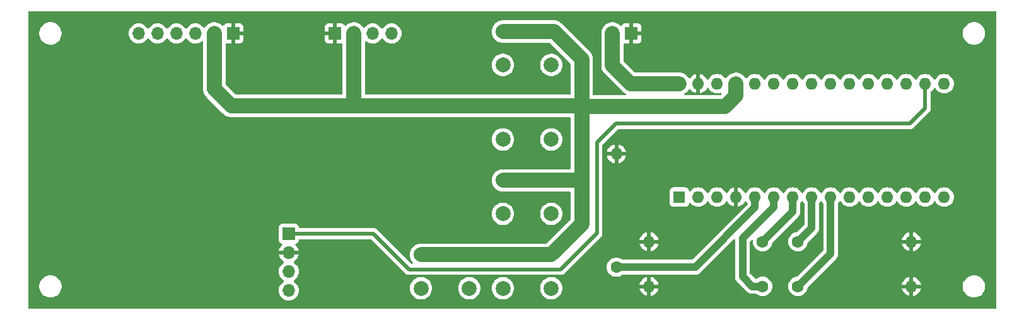
<source format=gbr>
%TF.GenerationSoftware,KiCad,Pcbnew,7.0.5*%
%TF.CreationDate,2024-01-19T10:16:40+06:00*%
%TF.ProjectId,Meteo_station,4d657465-6f5f-4737-9461-74696f6e2e6b,rev?*%
%TF.SameCoordinates,Original*%
%TF.FileFunction,Copper,L1,Top*%
%TF.FilePolarity,Positive*%
%FSLAX46Y46*%
G04 Gerber Fmt 4.6, Leading zero omitted, Abs format (unit mm)*
G04 Created by KiCad (PCBNEW 7.0.5) date 2024-01-19 10:16:40*
%MOMM*%
%LPD*%
G01*
G04 APERTURE LIST*
%TA.AperFunction,ComponentPad*%
%ADD10C,1.600000*%
%TD*%
%TA.AperFunction,ComponentPad*%
%ADD11O,1.600000X1.600000*%
%TD*%
%TA.AperFunction,ComponentPad*%
%ADD12C,2.000000*%
%TD*%
%TA.AperFunction,ComponentPad*%
%ADD13R,1.700000X1.700000*%
%TD*%
%TA.AperFunction,ComponentPad*%
%ADD14O,1.700000X1.700000*%
%TD*%
%TA.AperFunction,ComponentPad*%
%ADD15R,1.600000X1.600000*%
%TD*%
%TA.AperFunction,Conductor*%
%ADD16C,0.500000*%
%TD*%
%TA.AperFunction,Conductor*%
%ADD17C,2.000000*%
%TD*%
%TA.AperFunction,Conductor*%
%ADD18C,1.000000*%
%TD*%
G04 APERTURE END LIST*
D10*
%TO.P,R3,1*%
%TO.N,BTN_RIGHT*%
X131910000Y-51619000D03*
D11*
%TO.P,R3,2*%
%TO.N,GND*%
X116670000Y-51619000D03*
%TD*%
D12*
%TO.P,SW3,1,1*%
%TO.N,+5V*%
X97040000Y-43369000D03*
X103540000Y-43369000D03*
%TO.P,SW3,2,2*%
%TO.N,BTN_RIGHT*%
X97040000Y-47869000D03*
X103540000Y-47869000D03*
%TD*%
%TO.P,SW2,1,1*%
%TO.N,+5V*%
X97040000Y-33369000D03*
X103540000Y-33369000D03*
%TO.P,SW2,2,2*%
%TO.N,BTN_DOWN*%
X97040000Y-37869000D03*
X103540000Y-37869000D03*
%TD*%
D10*
%TO.P,R1,1*%
%TO.N,BTN_UP*%
X112290000Y-55039000D03*
D11*
%TO.P,R1,2*%
%TO.N,GND*%
X112290000Y-39799000D03*
%TD*%
D10*
%TO.P,R5,1*%
%TO.N,BTN_OK*%
X136652000Y-57619000D03*
D11*
%TO.P,R5,2*%
%TO.N,GND*%
X151892000Y-57619000D03*
%TD*%
D13*
%TO.P,J1,1,Pin_1*%
%TO.N,GND*%
X114290000Y-23619000D03*
D14*
%TO.P,J1,2,Pin_2*%
%TO.N,Net-(A1-VIN)*%
X111750000Y-23619000D03*
%TD*%
D12*
%TO.P,SW4,1,1*%
%TO.N,+5V*%
X97040000Y-53369000D03*
X103540000Y-53369000D03*
%TO.P,SW4,2,2*%
%TO.N,BTN_LEFT*%
X97040000Y-57869000D03*
X103540000Y-57869000D03*
%TD*%
D13*
%TO.P,J3,1,Pin_1*%
%TO.N,GND*%
X74490000Y-23619000D03*
D14*
%TO.P,J3,2,Pin_2*%
%TO.N,+5V*%
X77030000Y-23619000D03*
%TO.P,J3,3,Pin_3*%
%TO.N,I2C-*%
X79570000Y-23619000D03*
%TO.P,J3,4,Pin_4*%
%TO.N,I2C+*%
X82110000Y-23619000D03*
%TD*%
D12*
%TO.P,SW1,1,1*%
%TO.N,+5V*%
X97040000Y-23369000D03*
X103540000Y-23369000D03*
%TO.P,SW1,2,2*%
%TO.N,BTN_UP*%
X97040000Y-27869000D03*
X103540000Y-27869000D03*
%TD*%
D10*
%TO.P,R4,1*%
%TO.N,BTN_LEFT*%
X136652000Y-51619000D03*
D11*
%TO.P,R4,2*%
%TO.N,GND*%
X151892000Y-51619000D03*
%TD*%
D15*
%TO.P,A1,1,D1/TX*%
%TO.N,unconnected-(A1-D1{slash}TX-Pad1)*%
X120730000Y-45619000D03*
D11*
%TO.P,A1,2,D0/RX*%
%TO.N,unconnected-(A1-D0{slash}RX-Pad2)*%
X123270000Y-45619000D03*
%TO.P,A1,3,~{RESET}*%
%TO.N,unconnected-(A1-~{RESET}-Pad3)*%
X125810000Y-45619000D03*
%TO.P,A1,4,GND*%
%TO.N,GND*%
X128350000Y-45619000D03*
%TO.P,A1,5,D2*%
%TO.N,BTN_UP*%
X130890000Y-45619000D03*
%TO.P,A1,6,D3*%
%TO.N,BTN_DOWN*%
X133430000Y-45619000D03*
%TO.P,A1,7,D4*%
%TO.N,BTN_RIGHT*%
X135970000Y-45619000D03*
%TO.P,A1,8,D5*%
%TO.N,BTN_LEFT*%
X138510000Y-45619000D03*
%TO.P,A1,9,D6*%
%TO.N,BTN_OK*%
X141050000Y-45619000D03*
%TO.P,A1,10,D7*%
%TO.N,unconnected-(A1-D7-Pad10)*%
X143590000Y-45619000D03*
%TO.P,A1,11,D8*%
%TO.N,unconnected-(A1-D8-Pad11)*%
X146130000Y-45619000D03*
%TO.P,A1,12,D9*%
%TO.N,unconnected-(A1-D9-Pad12)*%
X148670000Y-45619000D03*
%TO.P,A1,13,D10*%
%TO.N,unconnected-(A1-D10-Pad13)*%
X151210000Y-45619000D03*
%TO.P,A1,14,D11*%
%TO.N,unconnected-(A1-D11-Pad14)*%
X153750000Y-45619000D03*
%TO.P,A1,15,D12*%
%TO.N,unconnected-(A1-D12-Pad15)*%
X156290000Y-45619000D03*
%TO.P,A1,16,D13*%
%TO.N,unconnected-(A1-D13-Pad16)*%
X156290000Y-30379000D03*
%TO.P,A1,17,3V3*%
%TO.N,+3.3V*%
X153750000Y-30379000D03*
%TO.P,A1,18,AREF*%
%TO.N,unconnected-(A1-AREF-Pad18)*%
X151210000Y-30379000D03*
%TO.P,A1,19,A0*%
%TO.N,unconnected-(A1-A0-Pad19)*%
X148670000Y-30379000D03*
%TO.P,A1,20,A1*%
%TO.N,unconnected-(A1-A1-Pad20)*%
X146130000Y-30379000D03*
%TO.P,A1,21,A2*%
%TO.N,unconnected-(A1-A2-Pad21)*%
X143590000Y-30379000D03*
%TO.P,A1,22,A3*%
%TO.N,unconnected-(A1-A3-Pad22)*%
X141050000Y-30379000D03*
%TO.P,A1,23,A4*%
%TO.N,I2C+*%
X138510000Y-30379000D03*
%TO.P,A1,24,A5*%
%TO.N,I2C-*%
X135970000Y-30379000D03*
%TO.P,A1,25,A6*%
%TO.N,unconnected-(A1-A6-Pad25)*%
X133430000Y-30379000D03*
%TO.P,A1,26,A7*%
%TO.N,unconnected-(A1-A7-Pad26)*%
X130890000Y-30379000D03*
%TO.P,A1,27,+5V*%
%TO.N,+5V*%
X128350000Y-30379000D03*
%TO.P,A1,28,~{RESET}*%
%TO.N,unconnected-(A1-~{RESET}-Pad28)*%
X125810000Y-30379000D03*
%TO.P,A1,29,GND*%
%TO.N,GND*%
X123270000Y-30379000D03*
%TO.P,A1,30,VIN*%
%TO.N,Net-(A1-VIN)*%
X120730000Y-30379000D03*
%TD*%
D13*
%TO.P,J2,1,Pin_1*%
%TO.N,+3.3V*%
X68290000Y-50539000D03*
D14*
%TO.P,J2,2,Pin_2*%
%TO.N,GND*%
X68290000Y-53079000D03*
%TO.P,J2,3,Pin_3*%
%TO.N,I2C-*%
X68290000Y-55619000D03*
%TO.P,J2,4,Pin_4*%
%TO.N,I2C+*%
X68290000Y-58159000D03*
%TD*%
D10*
%TO.P,R2,1*%
%TO.N,BTN_DOWN*%
X131910000Y-57619000D03*
D11*
%TO.P,R2,2*%
%TO.N,GND*%
X116670000Y-57619000D03*
%TD*%
D13*
%TO.P,J4,1,Pin_1*%
%TO.N,GND*%
X60830000Y-23619000D03*
D14*
%TO.P,J4,2,Pin_2*%
%TO.N,+5V*%
X58290000Y-23619000D03*
%TO.P,J4,3,Pin_3*%
%TO.N,I2C+*%
X55750000Y-23619000D03*
%TO.P,J4,4,Pin_4*%
%TO.N,I2C-*%
X53210000Y-23619000D03*
%TO.P,J4,5,Pin_5*%
%TO.N,unconnected-(J4-Pin_5-Pad5)*%
X50670000Y-23619000D03*
%TO.P,J4,6,Pin_6*%
%TO.N,unconnected-(J4-Pin_6-Pad6)*%
X48130000Y-23619000D03*
%TD*%
D12*
%TO.P,SW5,1,1*%
%TO.N,+5V*%
X86040000Y-53369000D03*
X92540000Y-53369000D03*
%TO.P,SW5,2,2*%
%TO.N,BTN_OK*%
X86040000Y-57869000D03*
X92540000Y-57869000D03*
%TD*%
D16*
%TO.N,+3.3V*%
X112202000Y-35735000D02*
X151699000Y-35735000D01*
X151699000Y-35735000D02*
X153750000Y-33684000D01*
X68290000Y-50539000D02*
X79635000Y-50539000D01*
X79635000Y-50539000D02*
X84428577Y-55332577D01*
X109662000Y-38275000D02*
X112202000Y-35735000D01*
X153750000Y-33684000D02*
X153750000Y-30379000D01*
X109662000Y-50467000D02*
X109662000Y-38275000D01*
X84428577Y-55332577D02*
X104796423Y-55332577D01*
X104796423Y-55332577D02*
X109662000Y-50467000D01*
D17*
%TO.N,+5V*%
X58290000Y-23619000D02*
X58290000Y-31099000D01*
X103900000Y-23369000D02*
X107630000Y-27099000D01*
X77022960Y-33369000D02*
X97040000Y-33369000D01*
X103540000Y-23369000D02*
X97040000Y-23369000D01*
X103540000Y-23369000D02*
X103900000Y-23369000D01*
X60560000Y-33369000D02*
X77022960Y-33369000D01*
X97040000Y-53369000D02*
X103540000Y-53369000D01*
X107630000Y-43609000D02*
X107630000Y-49279000D01*
X126863185Y-33449000D02*
X128350000Y-31962185D01*
X58290000Y-31099000D02*
X60560000Y-33369000D01*
X103540000Y-43369000D02*
X107390000Y-43369000D01*
X107550000Y-33369000D02*
X107630000Y-33449000D01*
X107630000Y-49279000D02*
X103540000Y-53369000D01*
X103540000Y-43369000D02*
X97040000Y-43369000D01*
X128350000Y-31962185D02*
X128350000Y-30379000D01*
X107630000Y-27099000D02*
X107630000Y-33449000D01*
X107630000Y-35989000D02*
X107630000Y-33449000D01*
X77030000Y-33361960D02*
X77022960Y-33369000D01*
X86040000Y-53369000D02*
X92540000Y-53369000D01*
X107630000Y-35989000D02*
X107630000Y-43609000D01*
X97040000Y-33369000D02*
X103540000Y-33369000D01*
X103540000Y-33369000D02*
X107550000Y-33369000D01*
X107630000Y-33449000D02*
X126863185Y-33449000D01*
X77030000Y-23619000D02*
X77030000Y-33361960D01*
X92540000Y-53369000D02*
X97040000Y-53369000D01*
%TO.N,Net-(A1-VIN)*%
X111750000Y-27917000D02*
X114212000Y-30379000D01*
X114212000Y-30379000D02*
X120730000Y-30379000D01*
X111750000Y-23619000D02*
X111750000Y-27917000D01*
D18*
%TO.N,BTN_UP*%
X112290000Y-55039000D02*
X122870000Y-55039000D01*
X130890000Y-47019000D02*
X130890000Y-45619000D01*
X122870000Y-55039000D02*
X130890000Y-47019000D01*
%TO.N,BTN_DOWN*%
X130530000Y-57619000D02*
X129220000Y-56309000D01*
X131910000Y-57619000D02*
X130530000Y-57619000D01*
X129220000Y-56309000D02*
X129220000Y-51164000D01*
X129220000Y-51164000D02*
X133430000Y-46954000D01*
X133430000Y-46954000D02*
X133430000Y-45619000D01*
%TO.N,BTN_RIGHT*%
X135970000Y-47559000D02*
X131910000Y-51619000D01*
X135970000Y-45619000D02*
X135970000Y-47559000D01*
%TO.N,BTN_LEFT*%
X138510000Y-49761000D02*
X138510000Y-45619000D01*
X136652000Y-51619000D02*
X138510000Y-49761000D01*
%TO.N,BTN_OK*%
X136652000Y-57619000D02*
X141050000Y-53221000D01*
X141050000Y-53221000D02*
X141050000Y-45619000D01*
%TD*%
%TA.AperFunction,Conductor*%
%TO.N,GND*%
G36*
X123520000Y-31657872D02*
G01*
X123716317Y-31605269D01*
X123716326Y-31605265D01*
X123922482Y-31509134D01*
X124108820Y-31378657D01*
X124269657Y-31217820D01*
X124400132Y-31031484D01*
X124427341Y-30973134D01*
X124473513Y-30920695D01*
X124540707Y-30901542D01*
X124607588Y-30921757D01*
X124652105Y-30973132D01*
X124657085Y-30983810D01*
X124679431Y-31031732D01*
X124679432Y-31031734D01*
X124809954Y-31218141D01*
X124970858Y-31379045D01*
X124970861Y-31379047D01*
X125157266Y-31509568D01*
X125363504Y-31605739D01*
X125583308Y-31664635D01*
X125745230Y-31678801D01*
X125809998Y-31684468D01*
X125810000Y-31684468D01*
X125810002Y-31684468D01*
X125866672Y-31679509D01*
X126036692Y-31664635D01*
X126256496Y-31605739D01*
X126256496Y-31605738D01*
X126257440Y-31605486D01*
X126327289Y-31607149D01*
X126385152Y-31646312D01*
X126412656Y-31710540D01*
X126401069Y-31779442D01*
X126377214Y-31812942D01*
X126277974Y-31912182D01*
X126216654Y-31945666D01*
X126190295Y-31948500D01*
X121478702Y-31948500D01*
X121411663Y-31928815D01*
X121365908Y-31876011D01*
X121355964Y-31806853D01*
X121384989Y-31743297D01*
X121428891Y-31710944D01*
X121429873Y-31710512D01*
X121446607Y-31703173D01*
X121654785Y-31567164D01*
X121837738Y-31398744D01*
X121990474Y-31202509D01*
X122012289Y-31162197D01*
X122061506Y-31112609D01*
X122129722Y-31097499D01*
X122195278Y-31121669D01*
X122222918Y-31150092D01*
X122270342Y-31217820D01*
X122431179Y-31378657D01*
X122617517Y-31509134D01*
X122823673Y-31605265D01*
X122823679Y-31605268D01*
X123019998Y-31657871D01*
X123019999Y-31657871D01*
X123019999Y-30814501D01*
X123127685Y-30863680D01*
X123234237Y-30879000D01*
X123305763Y-30879000D01*
X123412315Y-30863680D01*
X123520000Y-30814501D01*
X123520000Y-31657872D01*
G37*
%TD.AperFunction*%
%TA.AperFunction,Conductor*%
G36*
X163232539Y-20639185D02*
G01*
X163278294Y-20691989D01*
X163289500Y-20743500D01*
X163289500Y-60494500D01*
X163269815Y-60561539D01*
X163217011Y-60607294D01*
X163165500Y-60618500D01*
X33414500Y-60618500D01*
X33347461Y-60598815D01*
X33301706Y-60546011D01*
X33290500Y-60494500D01*
X33290500Y-57743334D01*
X34789500Y-57743334D01*
X34830429Y-57988616D01*
X34911169Y-58223802D01*
X34911172Y-58223811D01*
X35029524Y-58442506D01*
X35029526Y-58442509D01*
X35182262Y-58638744D01*
X35302178Y-58749134D01*
X35365217Y-58807166D01*
X35573393Y-58943173D01*
X35801118Y-59043063D01*
X36042175Y-59104107D01*
X36042179Y-59104108D01*
X36042181Y-59104108D01*
X36042186Y-59104109D01*
X36195589Y-59116819D01*
X36227933Y-59119500D01*
X36227937Y-59119500D01*
X36352063Y-59119500D01*
X36352067Y-59119500D01*
X36414677Y-59114311D01*
X36537813Y-59104109D01*
X36537816Y-59104108D01*
X36537821Y-59104108D01*
X36778881Y-59043063D01*
X37006607Y-58943173D01*
X37214785Y-58807164D01*
X37397738Y-58638744D01*
X37550474Y-58442509D01*
X37668828Y-58223810D01*
X37749571Y-57988614D01*
X37790500Y-57743335D01*
X37790500Y-57494665D01*
X37749571Y-57249386D01*
X37668828Y-57014190D01*
X37631124Y-56944520D01*
X37550475Y-56795493D01*
X37550474Y-56795491D01*
X37397738Y-56599256D01*
X37214785Y-56430836D01*
X37214782Y-56430833D01*
X37006606Y-56294826D01*
X36778881Y-56194936D01*
X36537824Y-56133892D01*
X36537813Y-56133890D01*
X36352077Y-56118500D01*
X36352067Y-56118500D01*
X36227933Y-56118500D01*
X36227922Y-56118500D01*
X36042186Y-56133890D01*
X36042175Y-56133892D01*
X35801118Y-56194936D01*
X35573393Y-56294826D01*
X35365217Y-56430833D01*
X35233773Y-56551837D01*
X35185718Y-56596075D01*
X35182261Y-56599257D01*
X35029524Y-56795493D01*
X34911172Y-57014188D01*
X34911169Y-57014197D01*
X34830429Y-57249383D01*
X34789500Y-57494665D01*
X34789500Y-57743334D01*
X33290500Y-57743334D01*
X33290500Y-47869005D01*
X95534357Y-47869005D01*
X95554890Y-48116812D01*
X95554892Y-48116824D01*
X95615936Y-48357881D01*
X95715826Y-48585606D01*
X95851833Y-48793782D01*
X95851836Y-48793785D01*
X96020256Y-48976738D01*
X96216491Y-49129474D01*
X96216493Y-49129475D01*
X96430337Y-49245202D01*
X96435190Y-49247828D01*
X96670386Y-49328571D01*
X96915665Y-49369500D01*
X97164335Y-49369500D01*
X97409614Y-49328571D01*
X97644810Y-49247828D01*
X97863509Y-49129474D01*
X98059744Y-48976738D01*
X98228164Y-48793785D01*
X98364173Y-48585607D01*
X98464063Y-48357881D01*
X98525108Y-48116821D01*
X98530889Y-48047053D01*
X98545643Y-47869005D01*
X102034357Y-47869005D01*
X102054890Y-48116812D01*
X102054892Y-48116824D01*
X102115936Y-48357881D01*
X102215826Y-48585606D01*
X102351833Y-48793782D01*
X102351836Y-48793785D01*
X102520256Y-48976738D01*
X102716491Y-49129474D01*
X102716493Y-49129475D01*
X102930337Y-49245202D01*
X102935190Y-49247828D01*
X103170386Y-49328571D01*
X103415665Y-49369500D01*
X103664335Y-49369500D01*
X103909614Y-49328571D01*
X104144810Y-49247828D01*
X104363509Y-49129474D01*
X104559744Y-48976738D01*
X104728164Y-48793785D01*
X104864173Y-48585607D01*
X104964063Y-48357881D01*
X105025108Y-48116821D01*
X105030889Y-48047053D01*
X105045643Y-47869005D01*
X105045643Y-47868994D01*
X105025109Y-47621187D01*
X105025107Y-47621175D01*
X104964063Y-47380118D01*
X104864173Y-47152393D01*
X104728166Y-46944217D01*
X104675128Y-46886603D01*
X104559744Y-46761262D01*
X104363509Y-46608526D01*
X104363507Y-46608525D01*
X104363506Y-46608524D01*
X104144811Y-46490172D01*
X104144802Y-46490169D01*
X103909616Y-46409429D01*
X103664335Y-46368500D01*
X103415665Y-46368500D01*
X103170383Y-46409429D01*
X102935197Y-46490169D01*
X102935188Y-46490172D01*
X102716493Y-46608524D01*
X102520257Y-46761261D01*
X102351833Y-46944217D01*
X102215826Y-47152393D01*
X102115936Y-47380118D01*
X102054892Y-47621175D01*
X102054890Y-47621187D01*
X102034357Y-47868994D01*
X102034357Y-47869005D01*
X98545643Y-47869005D01*
X98545643Y-47868994D01*
X98525109Y-47621187D01*
X98525107Y-47621175D01*
X98464063Y-47380118D01*
X98364173Y-47152393D01*
X98228166Y-46944217D01*
X98175128Y-46886603D01*
X98059744Y-46761262D01*
X97863509Y-46608526D01*
X97863507Y-46608525D01*
X97863506Y-46608524D01*
X97644811Y-46490172D01*
X97644802Y-46490169D01*
X97409616Y-46409429D01*
X97164335Y-46368500D01*
X96915665Y-46368500D01*
X96670383Y-46409429D01*
X96435197Y-46490169D01*
X96435188Y-46490172D01*
X96216493Y-46608524D01*
X96020257Y-46761261D01*
X95851833Y-46944217D01*
X95715826Y-47152393D01*
X95615936Y-47380118D01*
X95554892Y-47621175D01*
X95554890Y-47621187D01*
X95534357Y-47868994D01*
X95534357Y-47869005D01*
X33290500Y-47869005D01*
X33290500Y-37869005D01*
X95534357Y-37869005D01*
X95554890Y-38116812D01*
X95554892Y-38116824D01*
X95615936Y-38357881D01*
X95715826Y-38585606D01*
X95851833Y-38793782D01*
X95884245Y-38828991D01*
X96020256Y-38976738D01*
X96216491Y-39129474D01*
X96435190Y-39247828D01*
X96670386Y-39328571D01*
X96915665Y-39369500D01*
X97164335Y-39369500D01*
X97409614Y-39328571D01*
X97644810Y-39247828D01*
X97863509Y-39129474D01*
X98059744Y-38976738D01*
X98228164Y-38793785D01*
X98364173Y-38585607D01*
X98464063Y-38357881D01*
X98525108Y-38116821D01*
X98545643Y-37869005D01*
X102034357Y-37869005D01*
X102054890Y-38116812D01*
X102054892Y-38116824D01*
X102115936Y-38357881D01*
X102215826Y-38585606D01*
X102351833Y-38793782D01*
X102384245Y-38828991D01*
X102520256Y-38976738D01*
X102716491Y-39129474D01*
X102935190Y-39247828D01*
X103170386Y-39328571D01*
X103415665Y-39369500D01*
X103664335Y-39369500D01*
X103909614Y-39328571D01*
X104144810Y-39247828D01*
X104363509Y-39129474D01*
X104559744Y-38976738D01*
X104728164Y-38793785D01*
X104864173Y-38585607D01*
X104964063Y-38357881D01*
X105025108Y-38116821D01*
X105045643Y-37869000D01*
X105033743Y-37725390D01*
X105025109Y-37621187D01*
X105025107Y-37621175D01*
X104964063Y-37380118D01*
X104864173Y-37152393D01*
X104728166Y-36944217D01*
X104706557Y-36920744D01*
X104559744Y-36761262D01*
X104363509Y-36608526D01*
X104363507Y-36608525D01*
X104363506Y-36608524D01*
X104144811Y-36490172D01*
X104144802Y-36490169D01*
X103909616Y-36409429D01*
X103664335Y-36368500D01*
X103415665Y-36368500D01*
X103170383Y-36409429D01*
X102935197Y-36490169D01*
X102935188Y-36490172D01*
X102716493Y-36608524D01*
X102520257Y-36761261D01*
X102351833Y-36944217D01*
X102215826Y-37152393D01*
X102115936Y-37380118D01*
X102054892Y-37621175D01*
X102054890Y-37621187D01*
X102034357Y-37868994D01*
X102034357Y-37869005D01*
X98545643Y-37869005D01*
X98545643Y-37869000D01*
X98533743Y-37725390D01*
X98525109Y-37621187D01*
X98525107Y-37621175D01*
X98464063Y-37380118D01*
X98364173Y-37152393D01*
X98228166Y-36944217D01*
X98206557Y-36920744D01*
X98059744Y-36761262D01*
X97863509Y-36608526D01*
X97863507Y-36608525D01*
X97863506Y-36608524D01*
X97644811Y-36490172D01*
X97644802Y-36490169D01*
X97409616Y-36409429D01*
X97164335Y-36368500D01*
X96915665Y-36368500D01*
X96670383Y-36409429D01*
X96435197Y-36490169D01*
X96435188Y-36490172D01*
X96216493Y-36608524D01*
X96020257Y-36761261D01*
X95851833Y-36944217D01*
X95715826Y-37152393D01*
X95615936Y-37380118D01*
X95554892Y-37621175D01*
X95554890Y-37621187D01*
X95534357Y-37868994D01*
X95534357Y-37869005D01*
X33290500Y-37869005D01*
X33290500Y-23743334D01*
X34789500Y-23743334D01*
X34830429Y-23988616D01*
X34911169Y-24223802D01*
X34911172Y-24223811D01*
X35022313Y-24429181D01*
X35029526Y-24442509D01*
X35182262Y-24638744D01*
X35300756Y-24747825D01*
X35365217Y-24807166D01*
X35573393Y-24943173D01*
X35801118Y-25043063D01*
X35993635Y-25091815D01*
X36042179Y-25104108D01*
X36042181Y-25104108D01*
X36042186Y-25104109D01*
X36195589Y-25116819D01*
X36227933Y-25119500D01*
X36227937Y-25119500D01*
X36352063Y-25119500D01*
X36352067Y-25119500D01*
X36414677Y-25114311D01*
X36537813Y-25104109D01*
X36537816Y-25104108D01*
X36537821Y-25104108D01*
X36778881Y-25043063D01*
X37006607Y-24943173D01*
X37214785Y-24807164D01*
X37397738Y-24638744D01*
X37550474Y-24442509D01*
X37668828Y-24223810D01*
X37749571Y-23988614D01*
X37790500Y-23743335D01*
X37790500Y-23619000D01*
X46774341Y-23619000D01*
X46794936Y-23854403D01*
X46794938Y-23854413D01*
X46856094Y-24082655D01*
X46856096Y-24082659D01*
X46856097Y-24082663D01*
X46921915Y-24223810D01*
X46955965Y-24296830D01*
X46955967Y-24296834D01*
X47057971Y-24442509D01*
X47091505Y-24490401D01*
X47258599Y-24657495D01*
X47334945Y-24710953D01*
X47452165Y-24793032D01*
X47452167Y-24793033D01*
X47452170Y-24793035D01*
X47666337Y-24892903D01*
X47894592Y-24954063D01*
X48065319Y-24969000D01*
X48129999Y-24974659D01*
X48130000Y-24974659D01*
X48130001Y-24974659D01*
X48194681Y-24969000D01*
X48365408Y-24954063D01*
X48593663Y-24892903D01*
X48807830Y-24793035D01*
X49001401Y-24657495D01*
X49168495Y-24490401D01*
X49298424Y-24304842D01*
X49353002Y-24261217D01*
X49422500Y-24254023D01*
X49484855Y-24285546D01*
X49501575Y-24304842D01*
X49631500Y-24490395D01*
X49631505Y-24490401D01*
X49798599Y-24657495D01*
X49874945Y-24710953D01*
X49992165Y-24793032D01*
X49992167Y-24793033D01*
X49992170Y-24793035D01*
X50206337Y-24892903D01*
X50434592Y-24954063D01*
X50605319Y-24969000D01*
X50669999Y-24974659D01*
X50670000Y-24974659D01*
X50670001Y-24974659D01*
X50734681Y-24969000D01*
X50905408Y-24954063D01*
X51133663Y-24892903D01*
X51347830Y-24793035D01*
X51541401Y-24657495D01*
X51708495Y-24490401D01*
X51838424Y-24304842D01*
X51893002Y-24261217D01*
X51962500Y-24254023D01*
X52024855Y-24285546D01*
X52041575Y-24304842D01*
X52171500Y-24490395D01*
X52171505Y-24490401D01*
X52338599Y-24657495D01*
X52414945Y-24710953D01*
X52532165Y-24793032D01*
X52532167Y-24793033D01*
X52532170Y-24793035D01*
X52746337Y-24892903D01*
X52974592Y-24954063D01*
X53145319Y-24969000D01*
X53209999Y-24974659D01*
X53210000Y-24974659D01*
X53210001Y-24974659D01*
X53274681Y-24969000D01*
X53445408Y-24954063D01*
X53673663Y-24892903D01*
X53887830Y-24793035D01*
X54081401Y-24657495D01*
X54248495Y-24490401D01*
X54378424Y-24304842D01*
X54433002Y-24261217D01*
X54502500Y-24254023D01*
X54564855Y-24285546D01*
X54581575Y-24304842D01*
X54711500Y-24490395D01*
X54711505Y-24490401D01*
X54878599Y-24657495D01*
X54954945Y-24710953D01*
X55072165Y-24793032D01*
X55072167Y-24793033D01*
X55072170Y-24793035D01*
X55286337Y-24892903D01*
X55514592Y-24954063D01*
X55685319Y-24969000D01*
X55749999Y-24974659D01*
X55750000Y-24974659D01*
X55750001Y-24974659D01*
X55814681Y-24969000D01*
X55985408Y-24954063D01*
X56213663Y-24892903D01*
X56427830Y-24793035D01*
X56594379Y-24676415D01*
X56660582Y-24654090D01*
X56728350Y-24671100D01*
X56776163Y-24722048D01*
X56789500Y-24777992D01*
X56789500Y-31001981D01*
X56789024Y-31009656D01*
X56785643Y-31036779D01*
X56789447Y-31128752D01*
X56789500Y-31131315D01*
X56789500Y-31161064D01*
X56791957Y-31190723D01*
X56792115Y-31193279D01*
X56795918Y-31285233D01*
X56801526Y-31311983D01*
X56802635Y-31319590D01*
X56804891Y-31346818D01*
X56804891Y-31346822D01*
X56827485Y-31436044D01*
X56828063Y-31438539D01*
X56846949Y-31528608D01*
X56846951Y-31528616D01*
X56856882Y-31554067D01*
X56859227Y-31561387D01*
X56865936Y-31587878D01*
X56902907Y-31672167D01*
X56903887Y-31674534D01*
X56937344Y-31760275D01*
X56951332Y-31783750D01*
X56954852Y-31790588D01*
X56965824Y-31815604D01*
X56993062Y-31857294D01*
X57016181Y-31892682D01*
X57017496Y-31894787D01*
X57064634Y-31973894D01*
X57082296Y-31994747D01*
X57086887Y-32000904D01*
X57101836Y-32023785D01*
X57101837Y-32023786D01*
X57164162Y-32091489D01*
X57165858Y-32093410D01*
X57185103Y-32116132D01*
X57195618Y-32126646D01*
X57206156Y-32137184D01*
X57207908Y-32139010D01*
X57270252Y-32206734D01*
X57270257Y-32206739D01*
X57291822Y-32223524D01*
X57297587Y-32228615D01*
X59430384Y-34361412D01*
X59435473Y-34367174D01*
X59452262Y-34388744D01*
X59452264Y-34388746D01*
X59452265Y-34388747D01*
X59519988Y-34451090D01*
X59521813Y-34452841D01*
X59532349Y-34463377D01*
X59542860Y-34473889D01*
X59542866Y-34473894D01*
X59542874Y-34473902D01*
X59565576Y-34493129D01*
X59567497Y-34494825D01*
X59635215Y-34557164D01*
X59635217Y-34557165D01*
X59635218Y-34557166D01*
X59658086Y-34572106D01*
X59664250Y-34576702D01*
X59685106Y-34594366D01*
X59764181Y-34641484D01*
X59766333Y-34642828D01*
X59836173Y-34688456D01*
X59843393Y-34693173D01*
X59868418Y-34704150D01*
X59875248Y-34707665D01*
X59898727Y-34721656D01*
X59984492Y-34755121D01*
X59986827Y-34756088D01*
X60071119Y-34793063D01*
X60097623Y-34799774D01*
X60104920Y-34802112D01*
X60130386Y-34812050D01*
X60220477Y-34830940D01*
X60222964Y-34831516D01*
X60312175Y-34854107D01*
X60312179Y-34854108D01*
X60312182Y-34854108D01*
X60312187Y-34854109D01*
X60339406Y-34856364D01*
X60347016Y-34857473D01*
X60359727Y-34860138D01*
X60373763Y-34863081D01*
X60465738Y-34866884D01*
X60468278Y-34867042D01*
X60497933Y-34869500D01*
X60527685Y-34869500D01*
X60530244Y-34869552D01*
X60622221Y-34873357D01*
X60649347Y-34869975D01*
X60657019Y-34869500D01*
X76925941Y-34869500D01*
X76933612Y-34869975D01*
X76960739Y-34873357D01*
X77052715Y-34869552D01*
X77055275Y-34869500D01*
X96915665Y-34869500D01*
X96977933Y-34869500D01*
X103415665Y-34869500D01*
X103477933Y-34869500D01*
X106005500Y-34869500D01*
X106072539Y-34889185D01*
X106118294Y-34941989D01*
X106129500Y-34993500D01*
X106129500Y-41744500D01*
X106109815Y-41811539D01*
X106057011Y-41857294D01*
X106005500Y-41868500D01*
X96915663Y-41868500D01*
X96856765Y-41878327D01*
X96851681Y-41878961D01*
X96792184Y-41883891D01*
X96792176Y-41883892D01*
X96734304Y-41898547D01*
X96729289Y-41899598D01*
X96670383Y-41909429D01*
X96613896Y-41928821D01*
X96608984Y-41930283D01*
X96551122Y-41944936D01*
X96551108Y-41944941D01*
X96496442Y-41968920D01*
X96491667Y-41970783D01*
X96435197Y-41990169D01*
X96435183Y-41990175D01*
X96382674Y-42018592D01*
X96378069Y-42020843D01*
X96323394Y-42044826D01*
X96323390Y-42044828D01*
X96273418Y-42077476D01*
X96269016Y-42080099D01*
X96216486Y-42108528D01*
X96169374Y-42145197D01*
X96165204Y-42148175D01*
X96115217Y-42180834D01*
X96115215Y-42180835D01*
X96071291Y-42221270D01*
X96067380Y-42224582D01*
X96020260Y-42261258D01*
X96020257Y-42261260D01*
X95998971Y-42284382D01*
X95979805Y-42305201D01*
X95976201Y-42308805D01*
X95955382Y-42327971D01*
X95932260Y-42349257D01*
X95932258Y-42349260D01*
X95895582Y-42396380D01*
X95892270Y-42400291D01*
X95851835Y-42444215D01*
X95851834Y-42444217D01*
X95819175Y-42494204D01*
X95816197Y-42498374D01*
X95779528Y-42545486D01*
X95751099Y-42598016D01*
X95748476Y-42602418D01*
X95715828Y-42652390D01*
X95715826Y-42652394D01*
X95691843Y-42707069D01*
X95689592Y-42711674D01*
X95661175Y-42764183D01*
X95661169Y-42764197D01*
X95641783Y-42820667D01*
X95639920Y-42825442D01*
X95615941Y-42880108D01*
X95615936Y-42880122D01*
X95601283Y-42937984D01*
X95599821Y-42942896D01*
X95580429Y-42999383D01*
X95570598Y-43058289D01*
X95569547Y-43063304D01*
X95554892Y-43121176D01*
X95554891Y-43121184D01*
X95549961Y-43180681D01*
X95549327Y-43185765D01*
X95539500Y-43244662D01*
X95539500Y-43304372D01*
X95539288Y-43309495D01*
X95534357Y-43368995D01*
X95534357Y-43369004D01*
X95539288Y-43428503D01*
X95539500Y-43433625D01*
X95539500Y-43493336D01*
X95549327Y-43552232D01*
X95549961Y-43557318D01*
X95554891Y-43616815D01*
X95554892Y-43616823D01*
X95569547Y-43674697D01*
X95570598Y-43679712D01*
X95580429Y-43738617D01*
X95599815Y-43795083D01*
X95601278Y-43799996D01*
X95615937Y-43857882D01*
X95639923Y-43912562D01*
X95641782Y-43917330D01*
X95661172Y-43973810D01*
X95661173Y-43973811D01*
X95689596Y-44026333D01*
X95691847Y-44030939D01*
X95715825Y-44085604D01*
X95748476Y-44135581D01*
X95751100Y-44139985D01*
X95779521Y-44192502D01*
X95779526Y-44192510D01*
X95816199Y-44239627D01*
X95819177Y-44243798D01*
X95836630Y-44270511D01*
X95851836Y-44293785D01*
X95874066Y-44317933D01*
X95892273Y-44337712D01*
X95895586Y-44341623D01*
X95932262Y-44388744D01*
X95932264Y-44388746D01*
X95932265Y-44388747D01*
X95932268Y-44388751D01*
X95951155Y-44406137D01*
X95976214Y-44429205D01*
X95979804Y-44432796D01*
X95994362Y-44448610D01*
X96020248Y-44476731D01*
X96020256Y-44476738D01*
X96067381Y-44513417D01*
X96071286Y-44516724D01*
X96115215Y-44557164D01*
X96115217Y-44557165D01*
X96165196Y-44589818D01*
X96169368Y-44592797D01*
X96189917Y-44608790D01*
X96216491Y-44629474D01*
X96269008Y-44657894D01*
X96273399Y-44660510D01*
X96323393Y-44693173D01*
X96378079Y-44717160D01*
X96382666Y-44719403D01*
X96435190Y-44747828D01*
X96491674Y-44767218D01*
X96496442Y-44769078D01*
X96551119Y-44793063D01*
X96551120Y-44793063D01*
X96551122Y-44793064D01*
X96551121Y-44793064D01*
X96574667Y-44799026D01*
X96609007Y-44807721D01*
X96613902Y-44809179D01*
X96670386Y-44828571D01*
X96670390Y-44828571D01*
X96670391Y-44828572D01*
X96700542Y-44833603D01*
X96729281Y-44838398D01*
X96734295Y-44839449D01*
X96792179Y-44854108D01*
X96851686Y-44859038D01*
X96856768Y-44859671D01*
X96915665Y-44869500D01*
X96977933Y-44869500D01*
X103415665Y-44869500D01*
X103477933Y-44869500D01*
X106005500Y-44869500D01*
X106072539Y-44889185D01*
X106118294Y-44941989D01*
X106129499Y-44993499D01*
X106129499Y-46845265D01*
X106129499Y-48606109D01*
X106109814Y-48673148D01*
X106093180Y-48693790D01*
X102954791Y-51832181D01*
X102893468Y-51865666D01*
X102867110Y-51868500D01*
X85915663Y-51868500D01*
X85856765Y-51878327D01*
X85851681Y-51878961D01*
X85792184Y-51883891D01*
X85792176Y-51883892D01*
X85734304Y-51898547D01*
X85729289Y-51899598D01*
X85670383Y-51909429D01*
X85613896Y-51928821D01*
X85608984Y-51930283D01*
X85551122Y-51944936D01*
X85551108Y-51944941D01*
X85496442Y-51968920D01*
X85491667Y-51970783D01*
X85435197Y-51990169D01*
X85435183Y-51990175D01*
X85382674Y-52018592D01*
X85378069Y-52020843D01*
X85323394Y-52044826D01*
X85323390Y-52044828D01*
X85273418Y-52077476D01*
X85269016Y-52080099D01*
X85216486Y-52108528D01*
X85169374Y-52145197D01*
X85165204Y-52148175D01*
X85115217Y-52180834D01*
X85115215Y-52180835D01*
X85071291Y-52221270D01*
X85067380Y-52224582D01*
X85020260Y-52261258D01*
X85020257Y-52261260D01*
X84998971Y-52284382D01*
X84979805Y-52305201D01*
X84976201Y-52308805D01*
X84955382Y-52327971D01*
X84932260Y-52349257D01*
X84932258Y-52349260D01*
X84895582Y-52396380D01*
X84892270Y-52400291D01*
X84851835Y-52444215D01*
X84851834Y-52444217D01*
X84819175Y-52494204D01*
X84816197Y-52498374D01*
X84779528Y-52545486D01*
X84751099Y-52598016D01*
X84748476Y-52602418D01*
X84715828Y-52652390D01*
X84715826Y-52652394D01*
X84691843Y-52707069D01*
X84689592Y-52711674D01*
X84661175Y-52764183D01*
X84661169Y-52764197D01*
X84641783Y-52820667D01*
X84639920Y-52825442D01*
X84615941Y-52880108D01*
X84615936Y-52880122D01*
X84601283Y-52937984D01*
X84599821Y-52942896D01*
X84580429Y-52999383D01*
X84570598Y-53058289D01*
X84569547Y-53063304D01*
X84554892Y-53121176D01*
X84554891Y-53121184D01*
X84549961Y-53180681D01*
X84549327Y-53185765D01*
X84539500Y-53244662D01*
X84539500Y-53304372D01*
X84539288Y-53309487D01*
X84537246Y-53334123D01*
X84534357Y-53368995D01*
X84534357Y-53369004D01*
X84539288Y-53428503D01*
X84539500Y-53433625D01*
X84539500Y-53493336D01*
X84549327Y-53552232D01*
X84549961Y-53557318D01*
X84554891Y-53616815D01*
X84554892Y-53616823D01*
X84569547Y-53674697D01*
X84570598Y-53679712D01*
X84580429Y-53738617D01*
X84599815Y-53795083D01*
X84601278Y-53799996D01*
X84615937Y-53857882D01*
X84639923Y-53912562D01*
X84641782Y-53917330D01*
X84661172Y-53973810D01*
X84661173Y-53973811D01*
X84689596Y-54026333D01*
X84691847Y-54030939D01*
X84715825Y-54085604D01*
X84748476Y-54135581D01*
X84751100Y-54139985D01*
X84779521Y-54192502D01*
X84779526Y-54192510D01*
X84816199Y-54239627D01*
X84819177Y-54243798D01*
X84821347Y-54247119D01*
X84851836Y-54293785D01*
X84851837Y-54293786D01*
X84892273Y-54337711D01*
X84895586Y-54341623D01*
X84926946Y-54381915D01*
X84952590Y-54446907D01*
X84939024Y-54515447D01*
X84890557Y-54565773D01*
X84829094Y-54582077D01*
X84790806Y-54582077D01*
X84723767Y-54562392D01*
X84703125Y-54545758D01*
X82466182Y-52308815D01*
X80210729Y-50053361D01*
X80198949Y-50039730D01*
X80191482Y-50029701D01*
X80184612Y-50020472D01*
X80159813Y-49999663D01*
X80144587Y-49986886D01*
X80140612Y-49983244D01*
X80137690Y-49980322D01*
X80134779Y-49977410D01*
X80109736Y-49957609D01*
X80108338Y-49956470D01*
X80050214Y-49907698D01*
X80044180Y-49903729D01*
X80044212Y-49903680D01*
X80037853Y-49899628D01*
X80037822Y-49899679D01*
X80031680Y-49895891D01*
X80031678Y-49895890D01*
X80031677Y-49895889D01*
X79962872Y-49863804D01*
X79961252Y-49863019D01*
X79921512Y-49843061D01*
X79893433Y-49828960D01*
X79893431Y-49828959D01*
X79893430Y-49828959D01*
X79886645Y-49826489D01*
X79886665Y-49826433D01*
X79879549Y-49823959D01*
X79879531Y-49824015D01*
X79872674Y-49821743D01*
X79798328Y-49806391D01*
X79796569Y-49806001D01*
X79722718Y-49788499D01*
X79715547Y-49787661D01*
X79715553Y-49787601D01*
X79708055Y-49786835D01*
X79708050Y-49786895D01*
X79700860Y-49786265D01*
X79624968Y-49788474D01*
X79623165Y-49788500D01*
X69764499Y-49788500D01*
X69697460Y-49768815D01*
X69651705Y-49716011D01*
X69640499Y-49664500D01*
X69640499Y-49641129D01*
X69640498Y-49641123D01*
X69640497Y-49641116D01*
X69634091Y-49581517D01*
X69583796Y-49446669D01*
X69583795Y-49446668D01*
X69583793Y-49446664D01*
X69497547Y-49331455D01*
X69497544Y-49331452D01*
X69382335Y-49245206D01*
X69382328Y-49245202D01*
X69247482Y-49194908D01*
X69247483Y-49194908D01*
X69187883Y-49188501D01*
X69187881Y-49188500D01*
X69187873Y-49188500D01*
X69187864Y-49188500D01*
X67392129Y-49188500D01*
X67392123Y-49188501D01*
X67332516Y-49194908D01*
X67197671Y-49245202D01*
X67197664Y-49245206D01*
X67082455Y-49331452D01*
X67082452Y-49331455D01*
X66996206Y-49446664D01*
X66996202Y-49446671D01*
X66945908Y-49581517D01*
X66939501Y-49641116D01*
X66939501Y-49641123D01*
X66939500Y-49641135D01*
X66939500Y-51436870D01*
X66939501Y-51436876D01*
X66945908Y-51496483D01*
X66996202Y-51631328D01*
X66996206Y-51631335D01*
X67082452Y-51746544D01*
X67082455Y-51746547D01*
X67197664Y-51832793D01*
X67197671Y-51832797D01*
X67197674Y-51832798D01*
X67329598Y-51882002D01*
X67385531Y-51923873D01*
X67409949Y-51989337D01*
X67395098Y-52057610D01*
X67373947Y-52085865D01*
X67251886Y-52207926D01*
X67116400Y-52401420D01*
X67116399Y-52401422D01*
X67016570Y-52615507D01*
X67016567Y-52615513D01*
X66959364Y-52828999D01*
X66959364Y-52829000D01*
X67856314Y-52829000D01*
X67830507Y-52869156D01*
X67790000Y-53007111D01*
X67790000Y-53150889D01*
X67830507Y-53288844D01*
X67856314Y-53329000D01*
X66959364Y-53329000D01*
X67016567Y-53542486D01*
X67016570Y-53542492D01*
X67116399Y-53756578D01*
X67251894Y-53950082D01*
X67418917Y-54117105D01*
X67604595Y-54247119D01*
X67648219Y-54301696D01*
X67655412Y-54371195D01*
X67623890Y-54433549D01*
X67604595Y-54450269D01*
X67418594Y-54580508D01*
X67251505Y-54747597D01*
X67115965Y-54941169D01*
X67115964Y-54941171D01*
X67016098Y-55155335D01*
X67016094Y-55155344D01*
X66954938Y-55383586D01*
X66954936Y-55383596D01*
X66934341Y-55618999D01*
X66934341Y-55619000D01*
X66954936Y-55854403D01*
X66954938Y-55854413D01*
X67016094Y-56082655D01*
X67016096Y-56082659D01*
X67016097Y-56082663D01*
X67101467Y-56265738D01*
X67115965Y-56296830D01*
X67115967Y-56296834D01*
X67194808Y-56409429D01*
X67250429Y-56488865D01*
X67251501Y-56490395D01*
X67251506Y-56490402D01*
X67418597Y-56657493D01*
X67418603Y-56657498D01*
X67604158Y-56787425D01*
X67647783Y-56842002D01*
X67654977Y-56911500D01*
X67623454Y-56973855D01*
X67604158Y-56990575D01*
X67418597Y-57120505D01*
X67251505Y-57287597D01*
X67115965Y-57481169D01*
X67115964Y-57481171D01*
X67016098Y-57695335D01*
X67016094Y-57695344D01*
X66954938Y-57923586D01*
X66954936Y-57923596D01*
X66934341Y-58158999D01*
X66934341Y-58159000D01*
X66954936Y-58394403D01*
X66954938Y-58394413D01*
X67016094Y-58622655D01*
X67016096Y-58622659D01*
X67016097Y-58622663D01*
X67102132Y-58807166D01*
X67115965Y-58836830D01*
X67115967Y-58836834D01*
X67190427Y-58943173D01*
X67251505Y-59030401D01*
X67418599Y-59197495D01*
X67490482Y-59247828D01*
X67612165Y-59333032D01*
X67612167Y-59333033D01*
X67612170Y-59333035D01*
X67826337Y-59432903D01*
X68054592Y-59494063D01*
X68242918Y-59510539D01*
X68289999Y-59514659D01*
X68290000Y-59514659D01*
X68290001Y-59514659D01*
X68329234Y-59511226D01*
X68525408Y-59494063D01*
X68753663Y-59432903D01*
X68967830Y-59333035D01*
X69161401Y-59197495D01*
X69328495Y-59030401D01*
X69464035Y-58836830D01*
X69563903Y-58622663D01*
X69625063Y-58394408D01*
X69645659Y-58159000D01*
X69625063Y-57923592D01*
X69610435Y-57869000D01*
X84534357Y-57869000D01*
X84554890Y-58116812D01*
X84554892Y-58116824D01*
X84615936Y-58357881D01*
X84715826Y-58585606D01*
X84851833Y-58793782D01*
X84851836Y-58793785D01*
X85020256Y-58976738D01*
X85216491Y-59129474D01*
X85435190Y-59247828D01*
X85670386Y-59328571D01*
X85915665Y-59369500D01*
X86164335Y-59369500D01*
X86409614Y-59328571D01*
X86644810Y-59247828D01*
X86863509Y-59129474D01*
X87059744Y-58976738D01*
X87228164Y-58793785D01*
X87364173Y-58585607D01*
X87464063Y-58357881D01*
X87525108Y-58116821D01*
X87539210Y-57946641D01*
X87545643Y-57869000D01*
X91034357Y-57869000D01*
X91054890Y-58116812D01*
X91054892Y-58116824D01*
X91115936Y-58357881D01*
X91215826Y-58585606D01*
X91351833Y-58793782D01*
X91351836Y-58793785D01*
X91520256Y-58976738D01*
X91716491Y-59129474D01*
X91935190Y-59247828D01*
X92170386Y-59328571D01*
X92415665Y-59369500D01*
X92664335Y-59369500D01*
X92909614Y-59328571D01*
X93144810Y-59247828D01*
X93363509Y-59129474D01*
X93559744Y-58976738D01*
X93728164Y-58793785D01*
X93864173Y-58585607D01*
X93964063Y-58357881D01*
X94025108Y-58116821D01*
X94039210Y-57946641D01*
X94045643Y-57869000D01*
X95534357Y-57869000D01*
X95554890Y-58116812D01*
X95554892Y-58116824D01*
X95615936Y-58357881D01*
X95715826Y-58585606D01*
X95851833Y-58793782D01*
X95851836Y-58793785D01*
X96020256Y-58976738D01*
X96216491Y-59129474D01*
X96435190Y-59247828D01*
X96670386Y-59328571D01*
X96915665Y-59369500D01*
X97164335Y-59369500D01*
X97409614Y-59328571D01*
X97644810Y-59247828D01*
X97863509Y-59129474D01*
X98059744Y-58976738D01*
X98228164Y-58793785D01*
X98364173Y-58585607D01*
X98464063Y-58357881D01*
X98525108Y-58116821D01*
X98539210Y-57946641D01*
X98545643Y-57869000D01*
X102034357Y-57869000D01*
X102054890Y-58116812D01*
X102054892Y-58116824D01*
X102115936Y-58357881D01*
X102215826Y-58585606D01*
X102351833Y-58793782D01*
X102351836Y-58793785D01*
X102520256Y-58976738D01*
X102716491Y-59129474D01*
X102935190Y-59247828D01*
X103170386Y-59328571D01*
X103415665Y-59369500D01*
X103664335Y-59369500D01*
X103909614Y-59328571D01*
X104144810Y-59247828D01*
X104363509Y-59129474D01*
X104559744Y-58976738D01*
X104728164Y-58793785D01*
X104864173Y-58585607D01*
X104964063Y-58357881D01*
X105025108Y-58116821D01*
X105039210Y-57946641D01*
X105045643Y-57869000D01*
X105045643Y-57868994D01*
X105025109Y-57621187D01*
X105025107Y-57621175D01*
X104964063Y-57380118D01*
X104959186Y-57368999D01*
X115391127Y-57368999D01*
X115391128Y-57369000D01*
X116354314Y-57369000D01*
X116342359Y-57380955D01*
X116284835Y-57493852D01*
X116265014Y-57619000D01*
X116284835Y-57744148D01*
X116342359Y-57857045D01*
X116354314Y-57869000D01*
X115391128Y-57869000D01*
X115443730Y-58065317D01*
X115443734Y-58065326D01*
X115539865Y-58271482D01*
X115670342Y-58457820D01*
X115831179Y-58618657D01*
X116017517Y-58749134D01*
X116223673Y-58845265D01*
X116223682Y-58845269D01*
X116419999Y-58897872D01*
X116420000Y-58897871D01*
X116420000Y-57934685D01*
X116431955Y-57946641D01*
X116544852Y-58004165D01*
X116638519Y-58019000D01*
X116701481Y-58019000D01*
X116795148Y-58004165D01*
X116908045Y-57946641D01*
X116920000Y-57934686D01*
X116920000Y-58897872D01*
X117116317Y-58845269D01*
X117116326Y-58845265D01*
X117322482Y-58749134D01*
X117508820Y-58618657D01*
X117669657Y-58457820D01*
X117800134Y-58271482D01*
X117896265Y-58065326D01*
X117896269Y-58065317D01*
X117948872Y-57869000D01*
X116985686Y-57869000D01*
X116997641Y-57857045D01*
X117055165Y-57744148D01*
X117074986Y-57619000D01*
X117055165Y-57493852D01*
X116997641Y-57380955D01*
X116985686Y-57369000D01*
X117948872Y-57369000D01*
X117948872Y-57368999D01*
X117896269Y-57172682D01*
X117896265Y-57172673D01*
X117800134Y-56966517D01*
X117669657Y-56780179D01*
X117508820Y-56619342D01*
X117322482Y-56488865D01*
X117116328Y-56392734D01*
X116920000Y-56340127D01*
X116920000Y-57303314D01*
X116908045Y-57291359D01*
X116795148Y-57233835D01*
X116701481Y-57219000D01*
X116638519Y-57219000D01*
X116544852Y-57233835D01*
X116431955Y-57291359D01*
X116419999Y-57303314D01*
X116420000Y-56340127D01*
X116223671Y-56392734D01*
X116017517Y-56488865D01*
X115831179Y-56619342D01*
X115670342Y-56780179D01*
X115539865Y-56966517D01*
X115443734Y-57172673D01*
X115443730Y-57172682D01*
X115391127Y-57368999D01*
X104959186Y-57368999D01*
X104864173Y-57152393D01*
X104728166Y-56944217D01*
X104634070Y-56842002D01*
X104559744Y-56761262D01*
X104363509Y-56608526D01*
X104363507Y-56608525D01*
X104363506Y-56608524D01*
X104144811Y-56490172D01*
X104144802Y-56490169D01*
X103909616Y-56409429D01*
X103664335Y-56368500D01*
X103415665Y-56368500D01*
X103170383Y-56409429D01*
X102935197Y-56490169D01*
X102935188Y-56490172D01*
X102716493Y-56608524D01*
X102520257Y-56761261D01*
X102351833Y-56944217D01*
X102215826Y-57152393D01*
X102115936Y-57380118D01*
X102054892Y-57621175D01*
X102054890Y-57621187D01*
X102034357Y-57868994D01*
X102034357Y-57869000D01*
X98545643Y-57869000D01*
X98545643Y-57868994D01*
X98525109Y-57621187D01*
X98525107Y-57621175D01*
X98464063Y-57380118D01*
X98364173Y-57152393D01*
X98228166Y-56944217D01*
X98134070Y-56842002D01*
X98059744Y-56761262D01*
X97863509Y-56608526D01*
X97863507Y-56608525D01*
X97863506Y-56608524D01*
X97644811Y-56490172D01*
X97644802Y-56490169D01*
X97409616Y-56409429D01*
X97164335Y-56368500D01*
X96915665Y-56368500D01*
X96670383Y-56409429D01*
X96435197Y-56490169D01*
X96435188Y-56490172D01*
X96216493Y-56608524D01*
X96020257Y-56761261D01*
X95851833Y-56944217D01*
X95715826Y-57152393D01*
X95615936Y-57380118D01*
X95554892Y-57621175D01*
X95554890Y-57621187D01*
X95534357Y-57868994D01*
X95534357Y-57869000D01*
X94045643Y-57869000D01*
X94045643Y-57868994D01*
X94025109Y-57621187D01*
X94025107Y-57621175D01*
X93964063Y-57380118D01*
X93864173Y-57152393D01*
X93728166Y-56944217D01*
X93634070Y-56842002D01*
X93559744Y-56761262D01*
X93363509Y-56608526D01*
X93363507Y-56608525D01*
X93363506Y-56608524D01*
X93144811Y-56490172D01*
X93144802Y-56490169D01*
X92909616Y-56409429D01*
X92664335Y-56368500D01*
X92415665Y-56368500D01*
X92170383Y-56409429D01*
X91935197Y-56490169D01*
X91935188Y-56490172D01*
X91716493Y-56608524D01*
X91520257Y-56761261D01*
X91351833Y-56944217D01*
X91215826Y-57152393D01*
X91115936Y-57380118D01*
X91054892Y-57621175D01*
X91054890Y-57621187D01*
X91034357Y-57868994D01*
X91034357Y-57869000D01*
X87545643Y-57869000D01*
X87545643Y-57868994D01*
X87525109Y-57621187D01*
X87525107Y-57621175D01*
X87464063Y-57380118D01*
X87364173Y-57152393D01*
X87228166Y-56944217D01*
X87134070Y-56842002D01*
X87059744Y-56761262D01*
X86863509Y-56608526D01*
X86863507Y-56608525D01*
X86863506Y-56608524D01*
X86644811Y-56490172D01*
X86644802Y-56490169D01*
X86409616Y-56409429D01*
X86164335Y-56368500D01*
X85915665Y-56368500D01*
X85670383Y-56409429D01*
X85435197Y-56490169D01*
X85435188Y-56490172D01*
X85216493Y-56608524D01*
X85020257Y-56761261D01*
X84851833Y-56944217D01*
X84715826Y-57152393D01*
X84615936Y-57380118D01*
X84554892Y-57621175D01*
X84554890Y-57621187D01*
X84534357Y-57868994D01*
X84534357Y-57869000D01*
X69610435Y-57869000D01*
X69563903Y-57695337D01*
X69464035Y-57481171D01*
X69401817Y-57392313D01*
X69328494Y-57287597D01*
X69161402Y-57120506D01*
X69161396Y-57120501D01*
X68975842Y-56990575D01*
X68932217Y-56935998D01*
X68925023Y-56866500D01*
X68956546Y-56804145D01*
X68975842Y-56787425D01*
X68998026Y-56771891D01*
X69161401Y-56657495D01*
X69328495Y-56490401D01*
X69464035Y-56296830D01*
X69563903Y-56082663D01*
X69625063Y-55854408D01*
X69645659Y-55619000D01*
X69625063Y-55383592D01*
X69563903Y-55155337D01*
X69464035Y-54941171D01*
X69373801Y-54812302D01*
X69328494Y-54747597D01*
X69161402Y-54580506D01*
X69161401Y-54580505D01*
X68975405Y-54450269D01*
X68931781Y-54395692D01*
X68924588Y-54326193D01*
X68956110Y-54263839D01*
X68975405Y-54247119D01*
X69161082Y-54117105D01*
X69328105Y-53950082D01*
X69463600Y-53756578D01*
X69563429Y-53542492D01*
X69563432Y-53542486D01*
X69620636Y-53329000D01*
X68723686Y-53329000D01*
X68749493Y-53288844D01*
X68790000Y-53150889D01*
X68790000Y-53007111D01*
X68749493Y-52869156D01*
X68723686Y-52829000D01*
X69620636Y-52829000D01*
X69620635Y-52828999D01*
X69563432Y-52615513D01*
X69563429Y-52615507D01*
X69463600Y-52401422D01*
X69463599Y-52401420D01*
X69328113Y-52207926D01*
X69328108Y-52207920D01*
X69206053Y-52085865D01*
X69172568Y-52024542D01*
X69177552Y-51954850D01*
X69219424Y-51898917D01*
X69250400Y-51882002D01*
X69382331Y-51832796D01*
X69497546Y-51746546D01*
X69583796Y-51631331D01*
X69634091Y-51496483D01*
X69640500Y-51436873D01*
X69640500Y-51413500D01*
X69660185Y-51346461D01*
X69712989Y-51300706D01*
X69764500Y-51289500D01*
X79272770Y-51289500D01*
X79339809Y-51309185D01*
X79360451Y-51325819D01*
X83852844Y-55818211D01*
X83864625Y-55831843D01*
X83878967Y-55851107D01*
X83918997Y-55884696D01*
X83922969Y-55888336D01*
X83925889Y-55891256D01*
X83928798Y-55894166D01*
X83953827Y-55913956D01*
X83955223Y-55915094D01*
X84013363Y-55963879D01*
X84013364Y-55963879D01*
X84013366Y-55963881D01*
X84019395Y-55967847D01*
X84019362Y-55967896D01*
X84025720Y-55971946D01*
X84025752Y-55971896D01*
X84031894Y-55975684D01*
X84031896Y-55975685D01*
X84031900Y-55975688D01*
X84096596Y-56005856D01*
X84100709Y-56007774D01*
X84102331Y-56008560D01*
X84119915Y-56017391D01*
X84170144Y-56042617D01*
X84170146Y-56042617D01*
X84176938Y-56045090D01*
X84176917Y-56045147D01*
X84184032Y-56047620D01*
X84184052Y-56047563D01*
X84190901Y-56049833D01*
X84190904Y-56049833D01*
X84190905Y-56049834D01*
X84265282Y-56065190D01*
X84266991Y-56065570D01*
X84281885Y-56069100D01*
X84340850Y-56083076D01*
X84340853Y-56083076D01*
X84340856Y-56083077D01*
X84340859Y-56083077D01*
X84348029Y-56083915D01*
X84348021Y-56083974D01*
X84355522Y-56084741D01*
X84355528Y-56084682D01*
X84362717Y-56085311D01*
X84362721Y-56085310D01*
X84362722Y-56085311D01*
X84390807Y-56084493D01*
X84438610Y-56083103D01*
X84440413Y-56083077D01*
X104732718Y-56083077D01*
X104750688Y-56084386D01*
X104774446Y-56087866D01*
X104826491Y-56083312D01*
X104831893Y-56083077D01*
X104840127Y-56083077D01*
X104840132Y-56083077D01*
X104871881Y-56079365D01*
X104873498Y-56079199D01*
X104949220Y-56072576D01*
X104949228Y-56072573D01*
X104956289Y-56071116D01*
X104956301Y-56071175D01*
X104963666Y-56069542D01*
X104963652Y-56069483D01*
X104970674Y-56067818D01*
X104970678Y-56067818D01*
X105042010Y-56041854D01*
X105043709Y-56041265D01*
X105048975Y-56039520D01*
X105115757Y-56017391D01*
X105115765Y-56017385D01*
X105122305Y-56014337D01*
X105122331Y-56014393D01*
X105129113Y-56011109D01*
X105129086Y-56011055D01*
X105135532Y-56007816D01*
X105135540Y-56007814D01*
X105199035Y-55966052D01*
X105200400Y-55965182D01*
X105265079Y-55925289D01*
X105265084Y-55925283D01*
X105270748Y-55920806D01*
X105270786Y-55920854D01*
X105276623Y-55916099D01*
X105276584Y-55916052D01*
X105282114Y-55911410D01*
X105282119Y-55911407D01*
X105334222Y-55856179D01*
X105335415Y-55854951D01*
X106151365Y-55039001D01*
X110984532Y-55039001D01*
X111004364Y-55265686D01*
X111004366Y-55265697D01*
X111063258Y-55485488D01*
X111063261Y-55485497D01*
X111159431Y-55691732D01*
X111159432Y-55691734D01*
X111289954Y-55878141D01*
X111450858Y-56039045D01*
X111494413Y-56069542D01*
X111637266Y-56169568D01*
X111843504Y-56265739D01*
X112063308Y-56324635D01*
X112225230Y-56338801D01*
X112289998Y-56344468D01*
X112290000Y-56344468D01*
X112290002Y-56344468D01*
X112346672Y-56339509D01*
X112516692Y-56324635D01*
X112736496Y-56265739D01*
X112942734Y-56169568D01*
X113096465Y-56061924D01*
X113162671Y-56039598D01*
X113167588Y-56039500D01*
X122856507Y-56039500D01*
X122858069Y-56039519D01*
X122895283Y-56040462D01*
X122946358Y-56041757D01*
X122946358Y-56041756D01*
X122946363Y-56041757D01*
X123006753Y-56030932D01*
X123011412Y-56030280D01*
X123053607Y-56025988D01*
X123072438Y-56024074D01*
X123105227Y-56013786D01*
X123112840Y-56011918D01*
X123146653Y-56005858D01*
X123203621Y-55983101D01*
X123208053Y-55981524D01*
X123226654Y-55975688D01*
X123266588Y-55963159D01*
X123296627Y-55946484D01*
X123303708Y-55943122D01*
X123335617Y-55930377D01*
X123386854Y-55896608D01*
X123390851Y-55894187D01*
X123444502Y-55864409D01*
X123470568Y-55842030D01*
X123476843Y-55837300D01*
X123505519Y-55818402D01*
X123548917Y-55775002D01*
X123552336Y-55771834D01*
X123598895Y-55731866D01*
X123619931Y-55704688D01*
X123625101Y-55698818D01*
X128007821Y-51316099D01*
X128069142Y-51282616D01*
X128138834Y-51287600D01*
X128194767Y-51329472D01*
X128219184Y-51394936D01*
X128219500Y-51403782D01*
X128219500Y-56295506D01*
X128219480Y-56297070D01*
X128218560Y-56333366D01*
X128217243Y-56385362D01*
X128217243Y-56385370D01*
X128228064Y-56445739D01*
X128228718Y-56450404D01*
X128234925Y-56511430D01*
X128234927Y-56511444D01*
X128245208Y-56544213D01*
X128247079Y-56551837D01*
X128253142Y-56585652D01*
X128253142Y-56585655D01*
X128275894Y-56642612D01*
X128277474Y-56647051D01*
X128295841Y-56705588D01*
X128295844Y-56705595D01*
X128312509Y-56735619D01*
X128315879Y-56742714D01*
X128328622Y-56774614D01*
X128328627Y-56774624D01*
X128362377Y-56825833D01*
X128364818Y-56829863D01*
X128394588Y-56883498D01*
X128394589Y-56883499D01*
X128394591Y-56883502D01*
X128416968Y-56909567D01*
X128421693Y-56915835D01*
X128434263Y-56934906D01*
X128440598Y-56944519D01*
X128483978Y-56987899D01*
X128487169Y-56991343D01*
X128527131Y-57037892D01*
X128527134Y-57037895D01*
X128554294Y-57058918D01*
X128560190Y-57064110D01*
X129813042Y-58316963D01*
X129814101Y-58318050D01*
X129874937Y-58382050D01*
X129874941Y-58382053D01*
X129925281Y-58417092D01*
X129929043Y-58419928D01*
X129976587Y-58458694D01*
X129976590Y-58458695D01*
X129976593Y-58458698D01*
X130007045Y-58474604D01*
X130013758Y-58478672D01*
X130041951Y-58498295D01*
X130098329Y-58522489D01*
X130102578Y-58524507D01*
X130156951Y-58552909D01*
X130184489Y-58560788D01*
X130189974Y-58562358D01*
X130197368Y-58564990D01*
X130228942Y-58578540D01*
X130228945Y-58578540D01*
X130228946Y-58578541D01*
X130289022Y-58590887D01*
X130293600Y-58592010D01*
X130307501Y-58595987D01*
X130352582Y-58608887D01*
X130386839Y-58611495D01*
X130394614Y-58612586D01*
X130428255Y-58619500D01*
X130428259Y-58619500D01*
X130489599Y-58619500D01*
X130494305Y-58619678D01*
X130529063Y-58622325D01*
X130555476Y-58624337D01*
X130555476Y-58624336D01*
X130555477Y-58624337D01*
X130589560Y-58619996D01*
X130597390Y-58619500D01*
X131032412Y-58619500D01*
X131099451Y-58639185D01*
X131103523Y-58641917D01*
X131257266Y-58749568D01*
X131463504Y-58845739D01*
X131683308Y-58904635D01*
X131845230Y-58918801D01*
X131909998Y-58924468D01*
X131910000Y-58924468D01*
X131910002Y-58924468D01*
X131966673Y-58919509D01*
X132136692Y-58904635D01*
X132356496Y-58845739D01*
X132562734Y-58749568D01*
X132749139Y-58619047D01*
X132910047Y-58458139D01*
X133040568Y-58271734D01*
X133136739Y-58065496D01*
X133195635Y-57845692D01*
X133215468Y-57619000D01*
X133195635Y-57392308D01*
X133136739Y-57172504D01*
X133040568Y-56966266D01*
X132920991Y-56795491D01*
X132910045Y-56779858D01*
X132749141Y-56618954D01*
X132562734Y-56488432D01*
X132562732Y-56488431D01*
X132356497Y-56392261D01*
X132356488Y-56392258D01*
X132136697Y-56333366D01*
X132136693Y-56333365D01*
X132136692Y-56333365D01*
X132136691Y-56333364D01*
X132136686Y-56333364D01*
X131910002Y-56313532D01*
X131909998Y-56313532D01*
X131683313Y-56333364D01*
X131683302Y-56333366D01*
X131463511Y-56392258D01*
X131463502Y-56392261D01*
X131257267Y-56488431D01*
X131257265Y-56488432D01*
X131166713Y-56551837D01*
X131118421Y-56585652D01*
X131103535Y-56596075D01*
X131037329Y-56618402D01*
X131032412Y-56618500D01*
X130995782Y-56618500D01*
X130928743Y-56598815D01*
X130908101Y-56582181D01*
X130256819Y-55930899D01*
X130223334Y-55869576D01*
X130220500Y-55843218D01*
X130220500Y-51629782D01*
X130240185Y-51562743D01*
X130256813Y-51542106D01*
X130404343Y-51394576D01*
X130465662Y-51361094D01*
X130535354Y-51366078D01*
X130591288Y-51407949D01*
X130615705Y-51473414D01*
X130615549Y-51493067D01*
X130604532Y-51618997D01*
X130604532Y-51619001D01*
X130624364Y-51845686D01*
X130624366Y-51845697D01*
X130683258Y-52065488D01*
X130683261Y-52065497D01*
X130779431Y-52271732D01*
X130779432Y-52271734D01*
X130909954Y-52458141D01*
X131070858Y-52619045D01*
X131070861Y-52619047D01*
X131257266Y-52749568D01*
X131463504Y-52845739D01*
X131683308Y-52904635D01*
X131845230Y-52918801D01*
X131909998Y-52924468D01*
X131910000Y-52924468D01*
X131910002Y-52924468D01*
X131966673Y-52919509D01*
X132136692Y-52904635D01*
X132356496Y-52845739D01*
X132562734Y-52749568D01*
X132749139Y-52619047D01*
X132910047Y-52458139D01*
X133040568Y-52271734D01*
X133136739Y-52065496D01*
X133195635Y-51845692D01*
X133201040Y-51783905D01*
X133226492Y-51718838D01*
X133236879Y-51707040D01*
X136667981Y-48275937D01*
X136668994Y-48274950D01*
X136733053Y-48214059D01*
X136768099Y-48163706D01*
X136770938Y-48159941D01*
X136774612Y-48155435D01*
X136809698Y-48112407D01*
X136825601Y-48081960D01*
X136829674Y-48075239D01*
X136834489Y-48068320D01*
X136849295Y-48047049D01*
X136873492Y-47990660D01*
X136875498Y-47986435D01*
X136903909Y-47932049D01*
X136913360Y-47899015D01*
X136915991Y-47891628D01*
X136925702Y-47869000D01*
X136929540Y-47860058D01*
X136941893Y-47799940D01*
X136943006Y-47795412D01*
X136959887Y-47736418D01*
X136962495Y-47702155D01*
X136963587Y-47694376D01*
X136968793Y-47669048D01*
X136970500Y-47660741D01*
X136970500Y-47599401D01*
X136970679Y-47594692D01*
X136975337Y-47533526D01*
X136970997Y-47499442D01*
X136970500Y-47491603D01*
X136970500Y-46496588D01*
X136990185Y-46429549D01*
X136992925Y-46425465D01*
X136996372Y-46420542D01*
X137100568Y-46271734D01*
X137127618Y-46213724D01*
X137173790Y-46161285D01*
X137240983Y-46142133D01*
X137307865Y-46162348D01*
X137352381Y-46213724D01*
X137379432Y-46271734D01*
X137483362Y-46420163D01*
X137487075Y-46425465D01*
X137509402Y-46491671D01*
X137509500Y-46496588D01*
X137509500Y-49295216D01*
X137489815Y-49362255D01*
X137473181Y-49382897D01*
X136563967Y-50292111D01*
X136502644Y-50325596D01*
X136487096Y-50327958D01*
X136425311Y-50333364D01*
X136425302Y-50333366D01*
X136205511Y-50392258D01*
X136205502Y-50392261D01*
X135999267Y-50488431D01*
X135999265Y-50488432D01*
X135812858Y-50618954D01*
X135651954Y-50779858D01*
X135521432Y-50966265D01*
X135521431Y-50966267D01*
X135425261Y-51172502D01*
X135425258Y-51172511D01*
X135366366Y-51392302D01*
X135366364Y-51392313D01*
X135346532Y-51618998D01*
X135346532Y-51619001D01*
X135366364Y-51845686D01*
X135366366Y-51845697D01*
X135425258Y-52065488D01*
X135425261Y-52065497D01*
X135521431Y-52271732D01*
X135521432Y-52271734D01*
X135651954Y-52458141D01*
X135812858Y-52619045D01*
X135812861Y-52619047D01*
X135999266Y-52749568D01*
X136205504Y-52845739D01*
X136425308Y-52904635D01*
X136587230Y-52918801D01*
X136651998Y-52924468D01*
X136652000Y-52924468D01*
X136652002Y-52924468D01*
X136708673Y-52919509D01*
X136878692Y-52904635D01*
X137098496Y-52845739D01*
X137304734Y-52749568D01*
X137491139Y-52619047D01*
X137652047Y-52458139D01*
X137782568Y-52271734D01*
X137878739Y-52065496D01*
X137937635Y-51845692D01*
X137943040Y-51783905D01*
X137968492Y-51718838D01*
X137978879Y-51707040D01*
X139207982Y-50477936D01*
X139208995Y-50476949D01*
X139273053Y-50416059D01*
X139308099Y-50365706D01*
X139310938Y-50361941D01*
X139334238Y-50333366D01*
X139349698Y-50314407D01*
X139365601Y-50283960D01*
X139369674Y-50277239D01*
X139374489Y-50270320D01*
X139389295Y-50249049D01*
X139413492Y-50192660D01*
X139415498Y-50188435D01*
X139443909Y-50134049D01*
X139453360Y-50101015D01*
X139455991Y-50093628D01*
X139469540Y-50062058D01*
X139481893Y-50001940D01*
X139483006Y-49997412D01*
X139499887Y-49938418D01*
X139502495Y-49904155D01*
X139503587Y-49896376D01*
X139503688Y-49895889D01*
X139510500Y-49862741D01*
X139510500Y-49801401D01*
X139510679Y-49796692D01*
X139515337Y-49735526D01*
X139510997Y-49701442D01*
X139510500Y-49693603D01*
X139510500Y-46496588D01*
X139530185Y-46429549D01*
X139532925Y-46425465D01*
X139536372Y-46420542D01*
X139640568Y-46271734D01*
X139667619Y-46213721D01*
X139713788Y-46161286D01*
X139780981Y-46142133D01*
X139847862Y-46162348D01*
X139892380Y-46213722D01*
X139919432Y-46271734D01*
X140023362Y-46420163D01*
X140027075Y-46425465D01*
X140049402Y-46491671D01*
X140049500Y-46496588D01*
X140049500Y-52755216D01*
X140029815Y-52822255D01*
X140013181Y-52842897D01*
X136563966Y-56292111D01*
X136502643Y-56325596D01*
X136487095Y-56327958D01*
X136425307Y-56333365D01*
X136205511Y-56392258D01*
X136205502Y-56392261D01*
X135999267Y-56488431D01*
X135999265Y-56488432D01*
X135812858Y-56618954D01*
X135651954Y-56779858D01*
X135521432Y-56966265D01*
X135521431Y-56966267D01*
X135425261Y-57172502D01*
X135425258Y-57172511D01*
X135366366Y-57392302D01*
X135366364Y-57392313D01*
X135346532Y-57618998D01*
X135346532Y-57619001D01*
X135366364Y-57845686D01*
X135366366Y-57845697D01*
X135425258Y-58065488D01*
X135425261Y-58065497D01*
X135521431Y-58271732D01*
X135521432Y-58271734D01*
X135651954Y-58458141D01*
X135812858Y-58619045D01*
X135814218Y-58619997D01*
X135999266Y-58749568D01*
X136205504Y-58845739D01*
X136425308Y-58904635D01*
X136587230Y-58918801D01*
X136651998Y-58924468D01*
X136652000Y-58924468D01*
X136652002Y-58924468D01*
X136708673Y-58919509D01*
X136878692Y-58904635D01*
X137098496Y-58845739D01*
X137304734Y-58749568D01*
X137491139Y-58619047D01*
X137652047Y-58458139D01*
X137782568Y-58271734D01*
X137878739Y-58065496D01*
X137937635Y-57845692D01*
X137943040Y-57783905D01*
X137968490Y-57718839D01*
X137978878Y-57707040D01*
X138316919Y-57368999D01*
X150613127Y-57368999D01*
X150613128Y-57369000D01*
X151576314Y-57369000D01*
X151564359Y-57380955D01*
X151506835Y-57493852D01*
X151487014Y-57619000D01*
X151506835Y-57744148D01*
X151564359Y-57857045D01*
X151576314Y-57869000D01*
X150613128Y-57869000D01*
X150665730Y-58065317D01*
X150665734Y-58065326D01*
X150761865Y-58271482D01*
X150892342Y-58457820D01*
X151053179Y-58618657D01*
X151239517Y-58749134D01*
X151445673Y-58845265D01*
X151445682Y-58845269D01*
X151641999Y-58897872D01*
X151642000Y-58897871D01*
X151642000Y-57934686D01*
X151653955Y-57946641D01*
X151766852Y-58004165D01*
X151860519Y-58019000D01*
X151923481Y-58019000D01*
X152017148Y-58004165D01*
X152130045Y-57946641D01*
X152142000Y-57934685D01*
X152142000Y-58897872D01*
X152338317Y-58845269D01*
X152338326Y-58845265D01*
X152544482Y-58749134D01*
X152730820Y-58618657D01*
X152891657Y-58457820D01*
X153022134Y-58271482D01*
X153118265Y-58065326D01*
X153118269Y-58065317D01*
X153170872Y-57869000D01*
X152207686Y-57869000D01*
X152219641Y-57857045D01*
X152277165Y-57744148D01*
X152277294Y-57743334D01*
X158789500Y-57743334D01*
X158830429Y-57988616D01*
X158911169Y-58223802D01*
X158911172Y-58223811D01*
X159029524Y-58442506D01*
X159029526Y-58442509D01*
X159182262Y-58638744D01*
X159302178Y-58749134D01*
X159365217Y-58807166D01*
X159573393Y-58943173D01*
X159801118Y-59043063D01*
X160042175Y-59104107D01*
X160042179Y-59104108D01*
X160042181Y-59104108D01*
X160042186Y-59104109D01*
X160195589Y-59116819D01*
X160227933Y-59119500D01*
X160227937Y-59119500D01*
X160352063Y-59119500D01*
X160352067Y-59119500D01*
X160414677Y-59114311D01*
X160537813Y-59104109D01*
X160537816Y-59104108D01*
X160537821Y-59104108D01*
X160778881Y-59043063D01*
X161006607Y-58943173D01*
X161214785Y-58807164D01*
X161397738Y-58638744D01*
X161550474Y-58442509D01*
X161668828Y-58223810D01*
X161749571Y-57988614D01*
X161790500Y-57743335D01*
X161790500Y-57494665D01*
X161749571Y-57249386D01*
X161668828Y-57014190D01*
X161631124Y-56944520D01*
X161550475Y-56795493D01*
X161550474Y-56795491D01*
X161397738Y-56599256D01*
X161214785Y-56430836D01*
X161214782Y-56430833D01*
X161006606Y-56294826D01*
X160778881Y-56194936D01*
X160537824Y-56133892D01*
X160537813Y-56133890D01*
X160352077Y-56118500D01*
X160352067Y-56118500D01*
X160227933Y-56118500D01*
X160227922Y-56118500D01*
X160042186Y-56133890D01*
X160042175Y-56133892D01*
X159801118Y-56194936D01*
X159573393Y-56294826D01*
X159365217Y-56430833D01*
X159233773Y-56551837D01*
X159185718Y-56596075D01*
X159182261Y-56599257D01*
X159029524Y-56795493D01*
X158911172Y-57014188D01*
X158911169Y-57014197D01*
X158830429Y-57249383D01*
X158789500Y-57494665D01*
X158789500Y-57743334D01*
X152277294Y-57743334D01*
X152296986Y-57619000D01*
X152277165Y-57493852D01*
X152219641Y-57380955D01*
X152207686Y-57369000D01*
X153170872Y-57369000D01*
X153170872Y-57368999D01*
X153118269Y-57172682D01*
X153118265Y-57172673D01*
X153022134Y-56966517D01*
X152891657Y-56780179D01*
X152730820Y-56619342D01*
X152544482Y-56488865D01*
X152338328Y-56392734D01*
X152142000Y-56340127D01*
X152142000Y-57303314D01*
X152130045Y-57291359D01*
X152017148Y-57233835D01*
X151923481Y-57219000D01*
X151860519Y-57219000D01*
X151766852Y-57233835D01*
X151653955Y-57291359D01*
X151642000Y-57303314D01*
X151642000Y-56340127D01*
X151445671Y-56392734D01*
X151239517Y-56488865D01*
X151053179Y-56619342D01*
X150892342Y-56780179D01*
X150761865Y-56966517D01*
X150665734Y-57172673D01*
X150665730Y-57172682D01*
X150613127Y-57368999D01*
X138316919Y-57368999D01*
X141747981Y-53937937D01*
X141748994Y-53936950D01*
X141813053Y-53876059D01*
X141848099Y-53825706D01*
X141850938Y-53821941D01*
X141858831Y-53812261D01*
X141889698Y-53774407D01*
X141905601Y-53743960D01*
X141909674Y-53737239D01*
X141914489Y-53730320D01*
X141929295Y-53709049D01*
X141953492Y-53652660D01*
X141955498Y-53648435D01*
X141983909Y-53594049D01*
X141993357Y-53561022D01*
X141995988Y-53553633D01*
X142009540Y-53522058D01*
X142021895Y-53461930D01*
X142022999Y-53457429D01*
X142039886Y-53398418D01*
X142042494Y-53364157D01*
X142043585Y-53356389D01*
X142050500Y-53322743D01*
X142050500Y-53261398D01*
X142050679Y-53256688D01*
X142055337Y-53195524D01*
X142050997Y-53161442D01*
X142050500Y-53153603D01*
X142050500Y-51368999D01*
X150613127Y-51368999D01*
X150613128Y-51369000D01*
X151576314Y-51369000D01*
X151564359Y-51380955D01*
X151506835Y-51493852D01*
X151487014Y-51619000D01*
X151506835Y-51744148D01*
X151564359Y-51857045D01*
X151576314Y-51869000D01*
X150613128Y-51869000D01*
X150665730Y-52065317D01*
X150665734Y-52065326D01*
X150761865Y-52271482D01*
X150892342Y-52457820D01*
X151053179Y-52618657D01*
X151239517Y-52749134D01*
X151445673Y-52845265D01*
X151445682Y-52845269D01*
X151641999Y-52897872D01*
X151642000Y-52897871D01*
X151642000Y-51934686D01*
X151653955Y-51946641D01*
X151766852Y-52004165D01*
X151860519Y-52019000D01*
X151923481Y-52019000D01*
X152017148Y-52004165D01*
X152130045Y-51946641D01*
X152142000Y-51934685D01*
X152142000Y-52897872D01*
X152338317Y-52845269D01*
X152338326Y-52845265D01*
X152544482Y-52749134D01*
X152730820Y-52618657D01*
X152891657Y-52457820D01*
X153022134Y-52271482D01*
X153118265Y-52065326D01*
X153118269Y-52065317D01*
X153170872Y-51869000D01*
X152207686Y-51869000D01*
X152219641Y-51857045D01*
X152277165Y-51744148D01*
X152296986Y-51619000D01*
X152277165Y-51493852D01*
X152219641Y-51380955D01*
X152207686Y-51369000D01*
X153170872Y-51369000D01*
X153170872Y-51368999D01*
X153118269Y-51172682D01*
X153118265Y-51172673D01*
X153022134Y-50966517D01*
X152891657Y-50780179D01*
X152730820Y-50619342D01*
X152544482Y-50488865D01*
X152338328Y-50392734D01*
X152142000Y-50340127D01*
X152142000Y-51303314D01*
X152130045Y-51291359D01*
X152017148Y-51233835D01*
X151923481Y-51219000D01*
X151860519Y-51219000D01*
X151766852Y-51233835D01*
X151653955Y-51291359D01*
X151642000Y-51303313D01*
X151642000Y-50340127D01*
X151445671Y-50392734D01*
X151239517Y-50488865D01*
X151053179Y-50619342D01*
X150892342Y-50780179D01*
X150761865Y-50966517D01*
X150665734Y-51172673D01*
X150665730Y-51172682D01*
X150613127Y-51368999D01*
X142050500Y-51368999D01*
X142050500Y-46496588D01*
X142070185Y-46429549D01*
X142072925Y-46425465D01*
X142076372Y-46420542D01*
X142180568Y-46271734D01*
X142207619Y-46213721D01*
X142253788Y-46161286D01*
X142320981Y-46142133D01*
X142387862Y-46162348D01*
X142432380Y-46213722D01*
X142459432Y-46271734D01*
X142515317Y-46351546D01*
X142589954Y-46458141D01*
X142750858Y-46619045D01*
X142750861Y-46619047D01*
X142937266Y-46749568D01*
X143143504Y-46845739D01*
X143363308Y-46904635D01*
X143525230Y-46918801D01*
X143589998Y-46924468D01*
X143590000Y-46924468D01*
X143590002Y-46924468D01*
X143646807Y-46919498D01*
X143816692Y-46904635D01*
X144036496Y-46845739D01*
X144242734Y-46749568D01*
X144429139Y-46619047D01*
X144590047Y-46458139D01*
X144720568Y-46271734D01*
X144747619Y-46213721D01*
X144793788Y-46161286D01*
X144860981Y-46142133D01*
X144927862Y-46162348D01*
X144972380Y-46213722D01*
X144999432Y-46271734D01*
X145055316Y-46351546D01*
X145129954Y-46458141D01*
X145290858Y-46619045D01*
X145290861Y-46619047D01*
X145477266Y-46749568D01*
X145683504Y-46845739D01*
X145903308Y-46904635D01*
X146065230Y-46918801D01*
X146129998Y-46924468D01*
X146130000Y-46924468D01*
X146130002Y-46924468D01*
X146186807Y-46919498D01*
X146356692Y-46904635D01*
X146576496Y-46845739D01*
X146782734Y-46749568D01*
X146969139Y-46619047D01*
X147130047Y-46458139D01*
X147260568Y-46271734D01*
X147287618Y-46213724D01*
X147333790Y-46161285D01*
X147400983Y-46142133D01*
X147467865Y-46162348D01*
X147512382Y-46213725D01*
X147539429Y-46271728D01*
X147539432Y-46271734D01*
X147669954Y-46458141D01*
X147830858Y-46619045D01*
X147830861Y-46619047D01*
X148017266Y-46749568D01*
X148223504Y-46845739D01*
X148443308Y-46904635D01*
X148605230Y-46918801D01*
X148669998Y-46924468D01*
X148670000Y-46924468D01*
X148670002Y-46924468D01*
X148726807Y-46919498D01*
X148896692Y-46904635D01*
X149116496Y-46845739D01*
X149322734Y-46749568D01*
X149509139Y-46619047D01*
X149670047Y-46458139D01*
X149800568Y-46271734D01*
X149827618Y-46213724D01*
X149873790Y-46161285D01*
X149940983Y-46142133D01*
X150007865Y-46162348D01*
X150052382Y-46213725D01*
X150079429Y-46271728D01*
X150079432Y-46271734D01*
X150209954Y-46458141D01*
X150370858Y-46619045D01*
X150370861Y-46619047D01*
X150557266Y-46749568D01*
X150763504Y-46845739D01*
X150983308Y-46904635D01*
X151145230Y-46918801D01*
X151209998Y-46924468D01*
X151210000Y-46924468D01*
X151210002Y-46924468D01*
X151266807Y-46919498D01*
X151436692Y-46904635D01*
X151656496Y-46845739D01*
X151862734Y-46749568D01*
X152049139Y-46619047D01*
X152210047Y-46458139D01*
X152340568Y-46271734D01*
X152367618Y-46213724D01*
X152413790Y-46161285D01*
X152480983Y-46142133D01*
X152547865Y-46162348D01*
X152592382Y-46213725D01*
X152619429Y-46271728D01*
X152619432Y-46271734D01*
X152749954Y-46458141D01*
X152910858Y-46619045D01*
X152910861Y-46619047D01*
X153097266Y-46749568D01*
X153303504Y-46845739D01*
X153523308Y-46904635D01*
X153685230Y-46918801D01*
X153749998Y-46924468D01*
X153750000Y-46924468D01*
X153750002Y-46924468D01*
X153806807Y-46919498D01*
X153976692Y-46904635D01*
X154196496Y-46845739D01*
X154402734Y-46749568D01*
X154589139Y-46619047D01*
X154750047Y-46458139D01*
X154880568Y-46271734D01*
X154907618Y-46213724D01*
X154953790Y-46161285D01*
X155020983Y-46142133D01*
X155087865Y-46162348D01*
X155132382Y-46213725D01*
X155159429Y-46271728D01*
X155159432Y-46271734D01*
X155289954Y-46458141D01*
X155450858Y-46619045D01*
X155450861Y-46619047D01*
X155637266Y-46749568D01*
X155843504Y-46845739D01*
X156063308Y-46904635D01*
X156225230Y-46918801D01*
X156289998Y-46924468D01*
X156290000Y-46924468D01*
X156290002Y-46924468D01*
X156346807Y-46919498D01*
X156516692Y-46904635D01*
X156736496Y-46845739D01*
X156942734Y-46749568D01*
X157129139Y-46619047D01*
X157290047Y-46458139D01*
X157420568Y-46271734D01*
X157516739Y-46065496D01*
X157575635Y-45845692D01*
X157595468Y-45619000D01*
X157575635Y-45392308D01*
X157516739Y-45172504D01*
X157420568Y-44966266D01*
X157290047Y-44779861D01*
X157290045Y-44779858D01*
X157129141Y-44618954D01*
X156942734Y-44488432D01*
X156942732Y-44488431D01*
X156736497Y-44392261D01*
X156736488Y-44392258D01*
X156516697Y-44333366D01*
X156516693Y-44333365D01*
X156516692Y-44333365D01*
X156516691Y-44333364D01*
X156516686Y-44333364D01*
X156290002Y-44313532D01*
X156289998Y-44313532D01*
X156063313Y-44333364D01*
X156063302Y-44333366D01*
X155843511Y-44392258D01*
X155843502Y-44392261D01*
X155637267Y-44488431D01*
X155637265Y-44488432D01*
X155450858Y-44618954D01*
X155289954Y-44779858D01*
X155159432Y-44966265D01*
X155159431Y-44966267D01*
X155132382Y-45024275D01*
X155086209Y-45076714D01*
X155019016Y-45095866D01*
X154952135Y-45075650D01*
X154907618Y-45024275D01*
X154880568Y-44966266D01*
X154750047Y-44779861D01*
X154750045Y-44779858D01*
X154589141Y-44618954D01*
X154402734Y-44488432D01*
X154402732Y-44488431D01*
X154196497Y-44392261D01*
X154196488Y-44392258D01*
X153976697Y-44333366D01*
X153976693Y-44333365D01*
X153976692Y-44333365D01*
X153976691Y-44333364D01*
X153976686Y-44333364D01*
X153750002Y-44313532D01*
X153749998Y-44313532D01*
X153523313Y-44333364D01*
X153523302Y-44333366D01*
X153303511Y-44392258D01*
X153303502Y-44392261D01*
X153097267Y-44488431D01*
X153097265Y-44488432D01*
X152910858Y-44618954D01*
X152749954Y-44779858D01*
X152619432Y-44966265D01*
X152619431Y-44966267D01*
X152592382Y-45024275D01*
X152546209Y-45076714D01*
X152479016Y-45095866D01*
X152412135Y-45075650D01*
X152367618Y-45024275D01*
X152340568Y-44966266D01*
X152210047Y-44779861D01*
X152210045Y-44779858D01*
X152049141Y-44618954D01*
X151862734Y-44488432D01*
X151862732Y-44488431D01*
X151656497Y-44392261D01*
X151656488Y-44392258D01*
X151436697Y-44333366D01*
X151436693Y-44333365D01*
X151436692Y-44333365D01*
X151436691Y-44333364D01*
X151436686Y-44333364D01*
X151210002Y-44313532D01*
X151209998Y-44313532D01*
X150983313Y-44333364D01*
X150983302Y-44333366D01*
X150763511Y-44392258D01*
X150763502Y-44392261D01*
X150557267Y-44488431D01*
X150557265Y-44488432D01*
X150370858Y-44618954D01*
X150209954Y-44779858D01*
X150079432Y-44966265D01*
X150079431Y-44966267D01*
X150052382Y-45024275D01*
X150006209Y-45076714D01*
X149939016Y-45095866D01*
X149872135Y-45075650D01*
X149827618Y-45024275D01*
X149800568Y-44966266D01*
X149670047Y-44779861D01*
X149670045Y-44779858D01*
X149509141Y-44618954D01*
X149322734Y-44488432D01*
X149322732Y-44488431D01*
X149116497Y-44392261D01*
X149116488Y-44392258D01*
X148896697Y-44333366D01*
X148896693Y-44333365D01*
X148896692Y-44333365D01*
X148896691Y-44333364D01*
X148896686Y-44333364D01*
X148670002Y-44313532D01*
X148669998Y-44313532D01*
X148443313Y-44333364D01*
X148443302Y-44333366D01*
X148223511Y-44392258D01*
X148223502Y-44392261D01*
X148017267Y-44488431D01*
X148017265Y-44488432D01*
X147830858Y-44618954D01*
X147669954Y-44779858D01*
X147539432Y-44966265D01*
X147539431Y-44966267D01*
X147512382Y-45024275D01*
X147466209Y-45076714D01*
X147399016Y-45095866D01*
X147332135Y-45075650D01*
X147287618Y-45024275D01*
X147260568Y-44966266D01*
X147130047Y-44779861D01*
X147130045Y-44779858D01*
X146969141Y-44618954D01*
X146782734Y-44488432D01*
X146782732Y-44488431D01*
X146576497Y-44392261D01*
X146576488Y-44392258D01*
X146356697Y-44333366D01*
X146356693Y-44333365D01*
X146356692Y-44333365D01*
X146356691Y-44333364D01*
X146356686Y-44333364D01*
X146130002Y-44313532D01*
X146129998Y-44313532D01*
X145903313Y-44333364D01*
X145903302Y-44333366D01*
X145683511Y-44392258D01*
X145683502Y-44392261D01*
X145477267Y-44488431D01*
X145477265Y-44488432D01*
X145290858Y-44618954D01*
X145129954Y-44779858D01*
X144999432Y-44966265D01*
X144999431Y-44966267D01*
X144972382Y-45024275D01*
X144926209Y-45076714D01*
X144859016Y-45095866D01*
X144792135Y-45075650D01*
X144747618Y-45024275D01*
X144720568Y-44966266D01*
X144590047Y-44779861D01*
X144590045Y-44779858D01*
X144429141Y-44618954D01*
X144242734Y-44488432D01*
X144242732Y-44488431D01*
X144036497Y-44392261D01*
X144036488Y-44392258D01*
X143816697Y-44333366D01*
X143816693Y-44333365D01*
X143816692Y-44333365D01*
X143816691Y-44333364D01*
X143816686Y-44333364D01*
X143590002Y-44313532D01*
X143589998Y-44313532D01*
X143363313Y-44333364D01*
X143363302Y-44333366D01*
X143143511Y-44392258D01*
X143143502Y-44392261D01*
X142937267Y-44488431D01*
X142937265Y-44488432D01*
X142750858Y-44618954D01*
X142589954Y-44779858D01*
X142459432Y-44966265D01*
X142459431Y-44966267D01*
X142432382Y-45024275D01*
X142386209Y-45076714D01*
X142319016Y-45095866D01*
X142252135Y-45075650D01*
X142207618Y-45024275D01*
X142180568Y-44966266D01*
X142050047Y-44779861D01*
X142050045Y-44779858D01*
X141889141Y-44618954D01*
X141702734Y-44488432D01*
X141702732Y-44488431D01*
X141496497Y-44392261D01*
X141496488Y-44392258D01*
X141276697Y-44333366D01*
X141276693Y-44333365D01*
X141276692Y-44333365D01*
X141276691Y-44333364D01*
X141276686Y-44333364D01*
X141050002Y-44313532D01*
X141049998Y-44313532D01*
X140823313Y-44333364D01*
X140823302Y-44333366D01*
X140603511Y-44392258D01*
X140603502Y-44392261D01*
X140397267Y-44488431D01*
X140397265Y-44488432D01*
X140210858Y-44618954D01*
X140049954Y-44779858D01*
X139919432Y-44966265D01*
X139919431Y-44966267D01*
X139892382Y-45024275D01*
X139846209Y-45076714D01*
X139779016Y-45095866D01*
X139712135Y-45075650D01*
X139667618Y-45024275D01*
X139640568Y-44966266D01*
X139510047Y-44779861D01*
X139510045Y-44779858D01*
X139349141Y-44618954D01*
X139162734Y-44488432D01*
X139162732Y-44488431D01*
X138956497Y-44392261D01*
X138956488Y-44392258D01*
X138736697Y-44333366D01*
X138736693Y-44333365D01*
X138736692Y-44333365D01*
X138736691Y-44333364D01*
X138736686Y-44333364D01*
X138510002Y-44313532D01*
X138509998Y-44313532D01*
X138283313Y-44333364D01*
X138283302Y-44333366D01*
X138063511Y-44392258D01*
X138063502Y-44392261D01*
X137857267Y-44488431D01*
X137857265Y-44488432D01*
X137670858Y-44618954D01*
X137509954Y-44779858D01*
X137379432Y-44966265D01*
X137379431Y-44966267D01*
X137352382Y-45024275D01*
X137306209Y-45076714D01*
X137239016Y-45095866D01*
X137172135Y-45075650D01*
X137127618Y-45024275D01*
X137100568Y-44966266D01*
X136970047Y-44779861D01*
X136970045Y-44779858D01*
X136809141Y-44618954D01*
X136622734Y-44488432D01*
X136622732Y-44488431D01*
X136416497Y-44392261D01*
X136416488Y-44392258D01*
X136196697Y-44333366D01*
X136196693Y-44333365D01*
X136196692Y-44333365D01*
X136196691Y-44333364D01*
X136196686Y-44333364D01*
X135970002Y-44313532D01*
X135969998Y-44313532D01*
X135743313Y-44333364D01*
X135743302Y-44333366D01*
X135523511Y-44392258D01*
X135523502Y-44392261D01*
X135317267Y-44488431D01*
X135317265Y-44488432D01*
X135130858Y-44618954D01*
X134969954Y-44779858D01*
X134839432Y-44966265D01*
X134839431Y-44966267D01*
X134812382Y-45024275D01*
X134766209Y-45076714D01*
X134699016Y-45095866D01*
X134632135Y-45075650D01*
X134587618Y-45024275D01*
X134560568Y-44966266D01*
X134430047Y-44779861D01*
X134430045Y-44779858D01*
X134269141Y-44618954D01*
X134082734Y-44488432D01*
X134082732Y-44488431D01*
X133876497Y-44392261D01*
X133876488Y-44392258D01*
X133656697Y-44333366D01*
X133656693Y-44333365D01*
X133656692Y-44333365D01*
X133656691Y-44333364D01*
X133656686Y-44333364D01*
X133430002Y-44313532D01*
X133429998Y-44313532D01*
X133203313Y-44333364D01*
X133203302Y-44333366D01*
X132983511Y-44392258D01*
X132983502Y-44392261D01*
X132777267Y-44488431D01*
X132777265Y-44488432D01*
X132590858Y-44618954D01*
X132429954Y-44779858D01*
X132299432Y-44966265D01*
X132299431Y-44966267D01*
X132272382Y-45024275D01*
X132226209Y-45076714D01*
X132159016Y-45095866D01*
X132092135Y-45075650D01*
X132047618Y-45024275D01*
X132020568Y-44966266D01*
X131890047Y-44779861D01*
X131890045Y-44779858D01*
X131729141Y-44618954D01*
X131542734Y-44488432D01*
X131542732Y-44488431D01*
X131336497Y-44392261D01*
X131336488Y-44392258D01*
X131116697Y-44333366D01*
X131116693Y-44333365D01*
X131116692Y-44333365D01*
X131116691Y-44333364D01*
X131116686Y-44333364D01*
X130890002Y-44313532D01*
X130889998Y-44313532D01*
X130663313Y-44333364D01*
X130663302Y-44333366D01*
X130443511Y-44392258D01*
X130443502Y-44392261D01*
X130237267Y-44488431D01*
X130237265Y-44488432D01*
X130050858Y-44618954D01*
X129889954Y-44779858D01*
X129759433Y-44966264D01*
X129759432Y-44966266D01*
X129746733Y-44993500D01*
X129732106Y-45024867D01*
X129685933Y-45077306D01*
X129618739Y-45096457D01*
X129551858Y-45076241D01*
X129507342Y-45024865D01*
X129480135Y-44966520D01*
X129480134Y-44966518D01*
X129349657Y-44780179D01*
X129188820Y-44619342D01*
X129002482Y-44488865D01*
X128796328Y-44392734D01*
X128599999Y-44340127D01*
X128599999Y-45183498D01*
X128492315Y-45134320D01*
X128385763Y-45119000D01*
X128314237Y-45119000D01*
X128207685Y-45134320D01*
X128099999Y-45183498D01*
X128099999Y-44340127D01*
X127903671Y-44392734D01*
X127697517Y-44488865D01*
X127511179Y-44619342D01*
X127350342Y-44780179D01*
X127219867Y-44966515D01*
X127192657Y-45024867D01*
X127146484Y-45077306D01*
X127079290Y-45096457D01*
X127012409Y-45076241D01*
X126967893Y-45024865D01*
X126953267Y-44993500D01*
X126940568Y-44966266D01*
X126810047Y-44779861D01*
X126810045Y-44779858D01*
X126649141Y-44618954D01*
X126462734Y-44488432D01*
X126462732Y-44488431D01*
X126256497Y-44392261D01*
X126256488Y-44392258D01*
X126036697Y-44333366D01*
X126036693Y-44333365D01*
X126036692Y-44333365D01*
X126036691Y-44333364D01*
X126036686Y-44333364D01*
X125810002Y-44313532D01*
X125809998Y-44313532D01*
X125583313Y-44333364D01*
X125583302Y-44333366D01*
X125363511Y-44392258D01*
X125363502Y-44392261D01*
X125157267Y-44488431D01*
X125157265Y-44488432D01*
X124970858Y-44618954D01*
X124809954Y-44779858D01*
X124679432Y-44966265D01*
X124679431Y-44966267D01*
X124652382Y-45024275D01*
X124606209Y-45076714D01*
X124539016Y-45095866D01*
X124472135Y-45075650D01*
X124427618Y-45024275D01*
X124400568Y-44966266D01*
X124270047Y-44779861D01*
X124270045Y-44779858D01*
X124109141Y-44618954D01*
X123922734Y-44488432D01*
X123922732Y-44488431D01*
X123716497Y-44392261D01*
X123716488Y-44392258D01*
X123496697Y-44333366D01*
X123496693Y-44333365D01*
X123496692Y-44333365D01*
X123496691Y-44333364D01*
X123496686Y-44333364D01*
X123270002Y-44313532D01*
X123269998Y-44313532D01*
X123043313Y-44333364D01*
X123043302Y-44333366D01*
X122823511Y-44392258D01*
X122823502Y-44392261D01*
X122617267Y-44488431D01*
X122617265Y-44488432D01*
X122430858Y-44618954D01*
X122269954Y-44779858D01*
X122252725Y-44804464D01*
X122198147Y-44848088D01*
X122128648Y-44855280D01*
X122066294Y-44823757D01*
X122030882Y-44763526D01*
X122027861Y-44746591D01*
X122024091Y-44711516D01*
X121973797Y-44576671D01*
X121973793Y-44576664D01*
X121887547Y-44461455D01*
X121887544Y-44461452D01*
X121772335Y-44375206D01*
X121772328Y-44375202D01*
X121637482Y-44324908D01*
X121637483Y-44324908D01*
X121577883Y-44318501D01*
X121577881Y-44318500D01*
X121577873Y-44318500D01*
X121577864Y-44318500D01*
X119882129Y-44318500D01*
X119882123Y-44318501D01*
X119822516Y-44324908D01*
X119687671Y-44375202D01*
X119687664Y-44375206D01*
X119572455Y-44461452D01*
X119572452Y-44461455D01*
X119486206Y-44576664D01*
X119486202Y-44576671D01*
X119435908Y-44711517D01*
X119429501Y-44771116D01*
X119429500Y-44771135D01*
X119429500Y-46466870D01*
X119429501Y-46466876D01*
X119435908Y-46526483D01*
X119486202Y-46661328D01*
X119486206Y-46661335D01*
X119572452Y-46776544D01*
X119572455Y-46776547D01*
X119687664Y-46862793D01*
X119687671Y-46862797D01*
X119822517Y-46913091D01*
X119822516Y-46913091D01*
X119829444Y-46913835D01*
X119882127Y-46919500D01*
X121577872Y-46919499D01*
X121637483Y-46913091D01*
X121772331Y-46862796D01*
X121887546Y-46776546D01*
X121973796Y-46661331D01*
X122024091Y-46526483D01*
X122027862Y-46491401D01*
X122054599Y-46426855D01*
X122111990Y-46387006D01*
X122181816Y-46384511D01*
X122241905Y-46420163D01*
X122252726Y-46433536D01*
X122269956Y-46458143D01*
X122430858Y-46619045D01*
X122430861Y-46619047D01*
X122617266Y-46749568D01*
X122823504Y-46845739D01*
X123043308Y-46904635D01*
X123205230Y-46918801D01*
X123269998Y-46924468D01*
X123270000Y-46924468D01*
X123270002Y-46924468D01*
X123326807Y-46919498D01*
X123496692Y-46904635D01*
X123716496Y-46845739D01*
X123922734Y-46749568D01*
X124109139Y-46619047D01*
X124270047Y-46458139D01*
X124400568Y-46271734D01*
X124427618Y-46213724D01*
X124473790Y-46161285D01*
X124540983Y-46142133D01*
X124607865Y-46162348D01*
X124652382Y-46213725D01*
X124679429Y-46271728D01*
X124679432Y-46271734D01*
X124809954Y-46458141D01*
X124970858Y-46619045D01*
X124970861Y-46619047D01*
X125157266Y-46749568D01*
X125363504Y-46845739D01*
X125583308Y-46904635D01*
X125745230Y-46918801D01*
X125809998Y-46924468D01*
X125810000Y-46924468D01*
X125810002Y-46924468D01*
X125866807Y-46919498D01*
X126036692Y-46904635D01*
X126256496Y-46845739D01*
X126462734Y-46749568D01*
X126649139Y-46619047D01*
X126810047Y-46458139D01*
X126940568Y-46271734D01*
X126967895Y-46213129D01*
X127014064Y-46160695D01*
X127081257Y-46141542D01*
X127148139Y-46161757D01*
X127192657Y-46213133D01*
X127219865Y-46271482D01*
X127350342Y-46457820D01*
X127511179Y-46618657D01*
X127697517Y-46749134D01*
X127903673Y-46845265D01*
X127903682Y-46845269D01*
X128099999Y-46897872D01*
X128100000Y-46897871D01*
X128099999Y-46054501D01*
X128207685Y-46103680D01*
X128314237Y-46119000D01*
X128385763Y-46119000D01*
X128492315Y-46103680D01*
X128599999Y-46054501D01*
X128600000Y-46897871D01*
X128600000Y-46897872D01*
X128796317Y-46845269D01*
X128796326Y-46845265D01*
X129002482Y-46749134D01*
X129188820Y-46618657D01*
X129349657Y-46457820D01*
X129480132Y-46271484D01*
X129507341Y-46213134D01*
X129553513Y-46160695D01*
X129620707Y-46141542D01*
X129687588Y-46161757D01*
X129732105Y-46213132D01*
X129759432Y-46271734D01*
X129863362Y-46420163D01*
X129867075Y-46425465D01*
X129889402Y-46491671D01*
X129889500Y-46496588D01*
X129889500Y-46553217D01*
X129869815Y-46620256D01*
X129853181Y-46640898D01*
X122491899Y-54002181D01*
X122430576Y-54035666D01*
X122404218Y-54038500D01*
X113167588Y-54038500D01*
X113100549Y-54018815D01*
X113096465Y-54016075D01*
X113076622Y-54002181D01*
X112942734Y-53908432D01*
X112942732Y-53908431D01*
X112736497Y-53812261D01*
X112736488Y-53812258D01*
X112516697Y-53753366D01*
X112516693Y-53753365D01*
X112516692Y-53753365D01*
X112516691Y-53753364D01*
X112516686Y-53753364D01*
X112290002Y-53733532D01*
X112289998Y-53733532D01*
X112063313Y-53753364D01*
X112063302Y-53753366D01*
X111843511Y-53812258D01*
X111843502Y-53812261D01*
X111637267Y-53908431D01*
X111637265Y-53908432D01*
X111450858Y-54038954D01*
X111289954Y-54199858D01*
X111159432Y-54386265D01*
X111159431Y-54386267D01*
X111063261Y-54592502D01*
X111063258Y-54592511D01*
X111004366Y-54812302D01*
X111004364Y-54812313D01*
X110984532Y-55038998D01*
X110984532Y-55039001D01*
X106151365Y-55039001D01*
X109821367Y-51368999D01*
X115391127Y-51368999D01*
X115391128Y-51369000D01*
X116354314Y-51369000D01*
X116342359Y-51380955D01*
X116284835Y-51493852D01*
X116265014Y-51619000D01*
X116284835Y-51744148D01*
X116342359Y-51857045D01*
X116354314Y-51869000D01*
X115391128Y-51869000D01*
X115443730Y-52065317D01*
X115443734Y-52065326D01*
X115539865Y-52271482D01*
X115670342Y-52457820D01*
X115831179Y-52618657D01*
X116017517Y-52749134D01*
X116223673Y-52845265D01*
X116223682Y-52845269D01*
X116419999Y-52897872D01*
X116420000Y-52897871D01*
X116420000Y-51934685D01*
X116431955Y-51946641D01*
X116544852Y-52004165D01*
X116638519Y-52019000D01*
X116701481Y-52019000D01*
X116795148Y-52004165D01*
X116908045Y-51946641D01*
X116920000Y-51934686D01*
X116920000Y-52897872D01*
X117116317Y-52845269D01*
X117116326Y-52845265D01*
X117322482Y-52749134D01*
X117508820Y-52618657D01*
X117669657Y-52457820D01*
X117800134Y-52271482D01*
X117896265Y-52065326D01*
X117896269Y-52065317D01*
X117948872Y-51869000D01*
X116985686Y-51869000D01*
X116997641Y-51857045D01*
X117055165Y-51744148D01*
X117074986Y-51619000D01*
X117055165Y-51493852D01*
X116997641Y-51380955D01*
X116985686Y-51369000D01*
X117948872Y-51369000D01*
X117948872Y-51368999D01*
X117896269Y-51172682D01*
X117896265Y-51172673D01*
X117800134Y-50966517D01*
X117669657Y-50780179D01*
X117508820Y-50619342D01*
X117322482Y-50488865D01*
X117116328Y-50392734D01*
X116920000Y-50340127D01*
X116920000Y-51303314D01*
X116908045Y-51291359D01*
X116795148Y-51233835D01*
X116701481Y-51219000D01*
X116638519Y-51219000D01*
X116544852Y-51233835D01*
X116431955Y-51291359D01*
X116419999Y-51303314D01*
X116420000Y-50340127D01*
X116223671Y-50392734D01*
X116017517Y-50488865D01*
X115831179Y-50619342D01*
X115670342Y-50780179D01*
X115539865Y-50966517D01*
X115443734Y-51172673D01*
X115443730Y-51172682D01*
X115391127Y-51368999D01*
X109821367Y-51368999D01*
X110147642Y-51042724D01*
X110161271Y-51030947D01*
X110180530Y-51016610D01*
X110214101Y-50976601D01*
X110217761Y-50972606D01*
X110223588Y-50966780D01*
X110223588Y-50966779D01*
X110223591Y-50966777D01*
X110243380Y-50941747D01*
X110244509Y-50940362D01*
X110246879Y-50937536D01*
X110293302Y-50882214D01*
X110293305Y-50882207D01*
X110297274Y-50876175D01*
X110297325Y-50876208D01*
X110301372Y-50869856D01*
X110301320Y-50869824D01*
X110305111Y-50863677D01*
X110305110Y-50863676D01*
X110337226Y-50794804D01*
X110337952Y-50793305D01*
X110372040Y-50725433D01*
X110372043Y-50725417D01*
X110374509Y-50718646D01*
X110374567Y-50718667D01*
X110377043Y-50711546D01*
X110376986Y-50711528D01*
X110379256Y-50704677D01*
X110379257Y-50704673D01*
X110394626Y-50630234D01*
X110394976Y-50628655D01*
X110412500Y-50554721D01*
X110412500Y-50554712D01*
X110413338Y-50547548D01*
X110413398Y-50547555D01*
X110414164Y-50540055D01*
X110414105Y-50540050D01*
X110414734Y-50532860D01*
X110412526Y-50456968D01*
X110412500Y-50455165D01*
X110412500Y-39548999D01*
X111011127Y-39548999D01*
X111011128Y-39549000D01*
X111974314Y-39549000D01*
X111962359Y-39560955D01*
X111904835Y-39673852D01*
X111885014Y-39799000D01*
X111904835Y-39924148D01*
X111962359Y-40037045D01*
X111974314Y-40049000D01*
X111011128Y-40049000D01*
X111063730Y-40245317D01*
X111063734Y-40245326D01*
X111159865Y-40451482D01*
X111290342Y-40637820D01*
X111451179Y-40798657D01*
X111637517Y-40929134D01*
X111843673Y-41025265D01*
X111843682Y-41025269D01*
X112039999Y-41077872D01*
X112040000Y-41077871D01*
X112040000Y-40114686D01*
X112051955Y-40126641D01*
X112164852Y-40184165D01*
X112258519Y-40199000D01*
X112321481Y-40199000D01*
X112415148Y-40184165D01*
X112528045Y-40126641D01*
X112539999Y-40114687D01*
X112539999Y-41077872D01*
X112736317Y-41025269D01*
X112736326Y-41025265D01*
X112942482Y-40929134D01*
X113128820Y-40798657D01*
X113289657Y-40637820D01*
X113420134Y-40451482D01*
X113516265Y-40245326D01*
X113516269Y-40245317D01*
X113568872Y-40049000D01*
X112605686Y-40049000D01*
X112617641Y-40037045D01*
X112675165Y-39924148D01*
X112694986Y-39799000D01*
X112675165Y-39673852D01*
X112617641Y-39560955D01*
X112605686Y-39549000D01*
X113568872Y-39549000D01*
X113568872Y-39548999D01*
X113516269Y-39352682D01*
X113516265Y-39352673D01*
X113420134Y-39146517D01*
X113289657Y-38960179D01*
X113128820Y-38799342D01*
X112942482Y-38668865D01*
X112736328Y-38572734D01*
X112539999Y-38520127D01*
X112539999Y-39483312D01*
X112528045Y-39471359D01*
X112415148Y-39413835D01*
X112321481Y-39399000D01*
X112258519Y-39399000D01*
X112164852Y-39413835D01*
X112051955Y-39471359D01*
X112039999Y-39483314D01*
X112040000Y-38520127D01*
X111843671Y-38572734D01*
X111637517Y-38668865D01*
X111451179Y-38799342D01*
X111290342Y-38960179D01*
X111159865Y-39146517D01*
X111063734Y-39352673D01*
X111063730Y-39352682D01*
X111011127Y-39548999D01*
X110412500Y-39548999D01*
X110412500Y-38637228D01*
X110432185Y-38570189D01*
X110448814Y-38549552D01*
X112476547Y-36521818D01*
X112537871Y-36488334D01*
X112564229Y-36485500D01*
X151635295Y-36485500D01*
X151653265Y-36486809D01*
X151677023Y-36490289D01*
X151729068Y-36485735D01*
X151734470Y-36485500D01*
X151742704Y-36485500D01*
X151742709Y-36485500D01*
X151774458Y-36481788D01*
X151776075Y-36481622D01*
X151851797Y-36474999D01*
X151851805Y-36474996D01*
X151858866Y-36473539D01*
X151858878Y-36473598D01*
X151866243Y-36471965D01*
X151866229Y-36471906D01*
X151873251Y-36470241D01*
X151873255Y-36470241D01*
X151944587Y-36444277D01*
X151946286Y-36443688D01*
X152018334Y-36419814D01*
X152018342Y-36419808D01*
X152024882Y-36416760D01*
X152024908Y-36416816D01*
X152031690Y-36413532D01*
X152031663Y-36413478D01*
X152038109Y-36410239D01*
X152038117Y-36410237D01*
X152101612Y-36368475D01*
X152102977Y-36367605D01*
X152167656Y-36327712D01*
X152167661Y-36327706D01*
X152173325Y-36323229D01*
X152173363Y-36323277D01*
X152179200Y-36318522D01*
X152179161Y-36318475D01*
X152184691Y-36313833D01*
X152184696Y-36313830D01*
X152236799Y-36258602D01*
X152237993Y-36257374D01*
X154235642Y-34259724D01*
X154249271Y-34247947D01*
X154268530Y-34233610D01*
X154302101Y-34193601D01*
X154305761Y-34189606D01*
X154311588Y-34183780D01*
X154311588Y-34183779D01*
X154311591Y-34183777D01*
X154331380Y-34158747D01*
X154332509Y-34157362D01*
X154334879Y-34154536D01*
X154381302Y-34099214D01*
X154381305Y-34099207D01*
X154385274Y-34093175D01*
X154385325Y-34093208D01*
X154389372Y-34086856D01*
X154389320Y-34086824D01*
X154393111Y-34080677D01*
X154393110Y-34080676D01*
X154425226Y-34011804D01*
X154425952Y-34010305D01*
X154460040Y-33942433D01*
X154460043Y-33942417D01*
X154462509Y-33935646D01*
X154462567Y-33935667D01*
X154465043Y-33928546D01*
X154464986Y-33928528D01*
X154467256Y-33921677D01*
X154467257Y-33921673D01*
X154482626Y-33847234D01*
X154482976Y-33845655D01*
X154500500Y-33771721D01*
X154500500Y-33771712D01*
X154501338Y-33764548D01*
X154501398Y-33764555D01*
X154502164Y-33757055D01*
X154502105Y-33757050D01*
X154502734Y-33749860D01*
X154500526Y-33673968D01*
X154500500Y-33672165D01*
X154500500Y-31505662D01*
X154520185Y-31438623D01*
X154553379Y-31404086D01*
X154589140Y-31379046D01*
X154750045Y-31218141D01*
X154750045Y-31218140D01*
X154750047Y-31218139D01*
X154880568Y-31031734D01*
X154907618Y-30973724D01*
X154953790Y-30921285D01*
X155020983Y-30902133D01*
X155087865Y-30922348D01*
X155132382Y-30973725D01*
X155159429Y-31031728D01*
X155159432Y-31031734D01*
X155289954Y-31218141D01*
X155450858Y-31379045D01*
X155450861Y-31379047D01*
X155637266Y-31509568D01*
X155843504Y-31605739D01*
X156063308Y-31664635D01*
X156225230Y-31678801D01*
X156289998Y-31684468D01*
X156290000Y-31684468D01*
X156290002Y-31684468D01*
X156346672Y-31679509D01*
X156516692Y-31664635D01*
X156736496Y-31605739D01*
X156942734Y-31509568D01*
X157129139Y-31379047D01*
X157290047Y-31218139D01*
X157420568Y-31031734D01*
X157516739Y-30825496D01*
X157575635Y-30605692D01*
X157595468Y-30379000D01*
X157575635Y-30152308D01*
X157516739Y-29932504D01*
X157420568Y-29726266D01*
X157290047Y-29539861D01*
X157290045Y-29539858D01*
X157129141Y-29378954D01*
X156942734Y-29248432D01*
X156942732Y-29248431D01*
X156736497Y-29152261D01*
X156736488Y-29152258D01*
X156516697Y-29093366D01*
X156516693Y-29093365D01*
X156516692Y-29093365D01*
X156516691Y-29093364D01*
X156516686Y-29093364D01*
X156290002Y-29073532D01*
X156289998Y-29073532D01*
X156063313Y-29093364D01*
X156063302Y-29093366D01*
X155843511Y-29152258D01*
X155843502Y-29152261D01*
X155637267Y-29248431D01*
X155637265Y-29248432D01*
X155450858Y-29378954D01*
X155289954Y-29539858D01*
X155159432Y-29726265D01*
X155159431Y-29726267D01*
X155132382Y-29784275D01*
X155086209Y-29836714D01*
X155019016Y-29855866D01*
X154952135Y-29835650D01*
X154907618Y-29784275D01*
X154880686Y-29726520D01*
X154880568Y-29726266D01*
X154750047Y-29539861D01*
X154750045Y-29539858D01*
X154589141Y-29378954D01*
X154402734Y-29248432D01*
X154402732Y-29248431D01*
X154196497Y-29152261D01*
X154196488Y-29152258D01*
X153976697Y-29093366D01*
X153976693Y-29093365D01*
X153976692Y-29093365D01*
X153976691Y-29093364D01*
X153976686Y-29093364D01*
X153750002Y-29073532D01*
X153749998Y-29073532D01*
X153523313Y-29093364D01*
X153523302Y-29093366D01*
X153303511Y-29152258D01*
X153303502Y-29152261D01*
X153097267Y-29248431D01*
X153097265Y-29248432D01*
X152910858Y-29378954D01*
X152749954Y-29539858D01*
X152619432Y-29726265D01*
X152619431Y-29726267D01*
X152592382Y-29784275D01*
X152546209Y-29836714D01*
X152479016Y-29855866D01*
X152412135Y-29835650D01*
X152367618Y-29784275D01*
X152340686Y-29726520D01*
X152340568Y-29726266D01*
X152210047Y-29539861D01*
X152210045Y-29539858D01*
X152049141Y-29378954D01*
X151862734Y-29248432D01*
X151862732Y-29248431D01*
X151656497Y-29152261D01*
X151656488Y-29152258D01*
X151436697Y-29093366D01*
X151436693Y-29093365D01*
X151436692Y-29093365D01*
X151436691Y-29093364D01*
X151436686Y-29093364D01*
X151210002Y-29073532D01*
X151209998Y-29073532D01*
X150983313Y-29093364D01*
X150983302Y-29093366D01*
X150763511Y-29152258D01*
X150763502Y-29152261D01*
X150557267Y-29248431D01*
X150557265Y-29248432D01*
X150370858Y-29378954D01*
X150209954Y-29539858D01*
X150079432Y-29726265D01*
X150079431Y-29726267D01*
X150052382Y-29784275D01*
X150006209Y-29836714D01*
X149939016Y-29855866D01*
X149872135Y-29835650D01*
X149827618Y-29784275D01*
X149800686Y-29726520D01*
X149800568Y-29726266D01*
X149670047Y-29539861D01*
X149670045Y-29539858D01*
X149509141Y-29378954D01*
X149322734Y-29248432D01*
X149322732Y-29248431D01*
X149116497Y-29152261D01*
X149116488Y-29152258D01*
X148896697Y-29093366D01*
X148896693Y-29093365D01*
X148896692Y-29093365D01*
X148896691Y-29093364D01*
X148896686Y-29093364D01*
X148670002Y-29073532D01*
X148669998Y-29073532D01*
X148443313Y-29093364D01*
X148443302Y-29093366D01*
X148223511Y-29152258D01*
X148223502Y-29152261D01*
X148017267Y-29248431D01*
X148017265Y-29248432D01*
X147830858Y-29378954D01*
X147669954Y-29539858D01*
X147539432Y-29726265D01*
X147539431Y-29726267D01*
X147512382Y-29784275D01*
X147466209Y-29836714D01*
X147399016Y-29855866D01*
X147332135Y-29835650D01*
X147287618Y-29784275D01*
X147260686Y-29726520D01*
X147260568Y-29726266D01*
X147130047Y-29539861D01*
X147130045Y-29539858D01*
X146969141Y-29378954D01*
X146782734Y-29248432D01*
X146782732Y-29248431D01*
X146576497Y-29152261D01*
X146576488Y-29152258D01*
X146356697Y-29093366D01*
X146356693Y-29093365D01*
X146356692Y-29093365D01*
X146356691Y-29093364D01*
X146356686Y-29093364D01*
X146130002Y-29073532D01*
X146129998Y-29073532D01*
X145903313Y-29093364D01*
X145903302Y-29093366D01*
X145683511Y-29152258D01*
X145683502Y-29152261D01*
X145477267Y-29248431D01*
X145477265Y-29248432D01*
X145290858Y-29378954D01*
X145129954Y-29539858D01*
X144999432Y-29726265D01*
X144999430Y-29726268D01*
X144972380Y-29784277D01*
X144926207Y-29836715D01*
X144859013Y-29855866D01*
X144792132Y-29835649D01*
X144747619Y-29784277D01*
X144720568Y-29726266D01*
X144651465Y-29627575D01*
X144590045Y-29539858D01*
X144429141Y-29378954D01*
X144242734Y-29248432D01*
X144242732Y-29248431D01*
X144036497Y-29152261D01*
X144036488Y-29152258D01*
X143816697Y-29093366D01*
X143816693Y-29093365D01*
X143816692Y-29093365D01*
X143816691Y-29093364D01*
X143816686Y-29093364D01*
X143590002Y-29073532D01*
X143589998Y-29073532D01*
X143363313Y-29093364D01*
X143363302Y-29093366D01*
X143143511Y-29152258D01*
X143143502Y-29152261D01*
X142937267Y-29248431D01*
X142937265Y-29248432D01*
X142750858Y-29378954D01*
X142589954Y-29539858D01*
X142459432Y-29726265D01*
X142459430Y-29726268D01*
X142432380Y-29784277D01*
X142386207Y-29836715D01*
X142319013Y-29855866D01*
X142252132Y-29835649D01*
X142207619Y-29784277D01*
X142180568Y-29726266D01*
X142111465Y-29627575D01*
X142050045Y-29539858D01*
X141889141Y-29378954D01*
X141702734Y-29248432D01*
X141702732Y-29248431D01*
X141496497Y-29152261D01*
X141496488Y-29152258D01*
X141276697Y-29093366D01*
X141276693Y-29093365D01*
X141276692Y-29093365D01*
X141276691Y-29093364D01*
X141276686Y-29093364D01*
X141050002Y-29073532D01*
X141049998Y-29073532D01*
X140823313Y-29093364D01*
X140823302Y-29093366D01*
X140603511Y-29152258D01*
X140603502Y-29152261D01*
X140397267Y-29248431D01*
X140397265Y-29248432D01*
X140210858Y-29378954D01*
X140049954Y-29539858D01*
X139919432Y-29726265D01*
X139919430Y-29726268D01*
X139892380Y-29784277D01*
X139846207Y-29836715D01*
X139779013Y-29855866D01*
X139712132Y-29835649D01*
X139667619Y-29784277D01*
X139640568Y-29726266D01*
X139571465Y-29627575D01*
X139510045Y-29539858D01*
X139349141Y-29378954D01*
X139162734Y-29248432D01*
X139162732Y-29248431D01*
X138956497Y-29152261D01*
X138956488Y-29152258D01*
X138736697Y-29093366D01*
X138736693Y-29093365D01*
X138736692Y-29093365D01*
X138736691Y-29093364D01*
X138736686Y-29093364D01*
X138510002Y-29073532D01*
X138509998Y-29073532D01*
X138283313Y-29093364D01*
X138283302Y-29093366D01*
X138063511Y-29152258D01*
X138063502Y-29152261D01*
X137857267Y-29248431D01*
X137857265Y-29248432D01*
X137670858Y-29378954D01*
X137509954Y-29539858D01*
X137379432Y-29726265D01*
X137379430Y-29726268D01*
X137352380Y-29784277D01*
X137306207Y-29836715D01*
X137239013Y-29855866D01*
X137172132Y-29835649D01*
X137127619Y-29784277D01*
X137100568Y-29726266D01*
X137031465Y-29627575D01*
X136970045Y-29539858D01*
X136809141Y-29378954D01*
X136622734Y-29248432D01*
X136622732Y-29248431D01*
X136416497Y-29152261D01*
X136416488Y-29152258D01*
X136196697Y-29093366D01*
X136196693Y-29093365D01*
X136196692Y-29093365D01*
X136196691Y-29093364D01*
X136196686Y-29093364D01*
X135970002Y-29073532D01*
X135969998Y-29073532D01*
X135743313Y-29093364D01*
X135743302Y-29093366D01*
X135523511Y-29152258D01*
X135523502Y-29152261D01*
X135317267Y-29248431D01*
X135317265Y-29248432D01*
X135130858Y-29378954D01*
X134969954Y-29539858D01*
X134839432Y-29726265D01*
X134839430Y-29726268D01*
X134812380Y-29784277D01*
X134766207Y-29836715D01*
X134699013Y-29855866D01*
X134632132Y-29835649D01*
X134587619Y-29784277D01*
X134560568Y-29726266D01*
X134491465Y-29627575D01*
X134430045Y-29539858D01*
X134269141Y-29378954D01*
X134082734Y-29248432D01*
X134082732Y-29248431D01*
X133876497Y-29152261D01*
X133876488Y-29152258D01*
X133656697Y-29093366D01*
X133656693Y-29093365D01*
X133656692Y-29093365D01*
X133656691Y-29093364D01*
X133656686Y-29093364D01*
X133430002Y-29073532D01*
X133429998Y-29073532D01*
X133203313Y-29093364D01*
X133203302Y-29093366D01*
X132983511Y-29152258D01*
X132983502Y-29152261D01*
X132777267Y-29248431D01*
X132777265Y-29248432D01*
X132590858Y-29378954D01*
X132429954Y-29539858D01*
X132299432Y-29726265D01*
X132299431Y-29726267D01*
X132272382Y-29784275D01*
X132226209Y-29836714D01*
X132159016Y-29855866D01*
X132092135Y-29835650D01*
X132047618Y-29784275D01*
X132020686Y-29726520D01*
X132020568Y-29726266D01*
X131890047Y-29539861D01*
X131890045Y-29539858D01*
X131729141Y-29378954D01*
X131542734Y-29248432D01*
X131542732Y-29248431D01*
X131336497Y-29152261D01*
X131336488Y-29152258D01*
X131116697Y-29093366D01*
X131116693Y-29093365D01*
X131116692Y-29093365D01*
X131116691Y-29093364D01*
X131116686Y-29093364D01*
X130890002Y-29073532D01*
X130889998Y-29073532D01*
X130663313Y-29093364D01*
X130663302Y-29093366D01*
X130443511Y-29152258D01*
X130443502Y-29152261D01*
X130237267Y-29248431D01*
X130237265Y-29248432D01*
X130050858Y-29378954D01*
X129889953Y-29539859D01*
X129842046Y-29608279D01*
X129787469Y-29651904D01*
X129717971Y-29659098D01*
X129655616Y-29627575D01*
X129636662Y-29604978D01*
X129604334Y-29555496D01*
X129538164Y-29454215D01*
X129369744Y-29271262D01*
X129173509Y-29118526D01*
X129173507Y-29118525D01*
X129173506Y-29118524D01*
X128954811Y-29000172D01*
X128954802Y-29000169D01*
X128719616Y-28919429D01*
X128474335Y-28878500D01*
X128225665Y-28878500D01*
X127980383Y-28919429D01*
X127745197Y-29000169D01*
X127745188Y-29000172D01*
X127526493Y-29118524D01*
X127330257Y-29271261D01*
X127161832Y-29454219D01*
X127063336Y-29604978D01*
X127010190Y-29650335D01*
X126940959Y-29659758D01*
X126877623Y-29630256D01*
X126857953Y-29608279D01*
X126810047Y-29539861D01*
X126810045Y-29539859D01*
X126810044Y-29539857D01*
X126649141Y-29378954D01*
X126462734Y-29248432D01*
X126462732Y-29248431D01*
X126256497Y-29152261D01*
X126256488Y-29152258D01*
X126036697Y-29093366D01*
X126036693Y-29093365D01*
X126036692Y-29093365D01*
X126036691Y-29093364D01*
X126036686Y-29093364D01*
X125810002Y-29073532D01*
X125809998Y-29073532D01*
X125583313Y-29093364D01*
X125583302Y-29093366D01*
X125363511Y-29152258D01*
X125363502Y-29152261D01*
X125157267Y-29248431D01*
X125157265Y-29248432D01*
X124970858Y-29378954D01*
X124809954Y-29539858D01*
X124679434Y-29726263D01*
X124679432Y-29726266D01*
X124652383Y-29784274D01*
X124652106Y-29784867D01*
X124605933Y-29837306D01*
X124538739Y-29856457D01*
X124471858Y-29836241D01*
X124427342Y-29784865D01*
X124400135Y-29726520D01*
X124400134Y-29726518D01*
X124269657Y-29540179D01*
X124108820Y-29379342D01*
X123922482Y-29248865D01*
X123716328Y-29152734D01*
X123520000Y-29100127D01*
X123520000Y-29943498D01*
X123412315Y-29894320D01*
X123305763Y-29879000D01*
X123234237Y-29879000D01*
X123127685Y-29894320D01*
X123019999Y-29943498D01*
X123019999Y-29100127D01*
X122823672Y-29152734D01*
X122617517Y-29248865D01*
X122431179Y-29379342D01*
X122270341Y-29540180D01*
X122222917Y-29607908D01*
X122168340Y-29651532D01*
X122098841Y-29658724D01*
X122036487Y-29627201D01*
X122012288Y-29595800D01*
X121990477Y-29555496D01*
X121990476Y-29555494D01*
X121978556Y-29540179D01*
X121837738Y-29359256D01*
X121654785Y-29190836D01*
X121654782Y-29190833D01*
X121446606Y-29054826D01*
X121218881Y-28954936D01*
X120977824Y-28893892D01*
X120977813Y-28893890D01*
X120792077Y-28878500D01*
X120792067Y-28878500D01*
X114884890Y-28878500D01*
X114817851Y-28858815D01*
X114797209Y-28842181D01*
X113286819Y-27331791D01*
X113253334Y-27270468D01*
X113250500Y-27244110D01*
X113250500Y-25091815D01*
X113270185Y-25024776D01*
X113322989Y-24979021D01*
X113387757Y-24968526D01*
X113392158Y-24968999D01*
X113392172Y-24969000D01*
X114040000Y-24969000D01*
X114040000Y-24054501D01*
X114147685Y-24103680D01*
X114254237Y-24119000D01*
X114325763Y-24119000D01*
X114432315Y-24103680D01*
X114540000Y-24054501D01*
X114540000Y-24969000D01*
X115187828Y-24969000D01*
X115187844Y-24968999D01*
X115247372Y-24962598D01*
X115247379Y-24962596D01*
X115382086Y-24912354D01*
X115382093Y-24912350D01*
X115497187Y-24826190D01*
X115497190Y-24826187D01*
X115583350Y-24711093D01*
X115583354Y-24711086D01*
X115633596Y-24576379D01*
X115633598Y-24576372D01*
X115639999Y-24516844D01*
X115640000Y-24516827D01*
X115640000Y-23869000D01*
X114723686Y-23869000D01*
X114749493Y-23828844D01*
X114774601Y-23743334D01*
X158789500Y-23743334D01*
X158830429Y-23988616D01*
X158911169Y-24223802D01*
X158911172Y-24223811D01*
X159022313Y-24429181D01*
X159029526Y-24442509D01*
X159182262Y-24638744D01*
X159300756Y-24747825D01*
X159365217Y-24807166D01*
X159573393Y-24943173D01*
X159801118Y-25043063D01*
X159993635Y-25091815D01*
X160042179Y-25104108D01*
X160042181Y-25104108D01*
X160042186Y-25104109D01*
X160195589Y-25116819D01*
X160227933Y-25119500D01*
X160227937Y-25119500D01*
X160352063Y-25119500D01*
X160352067Y-25119500D01*
X160414677Y-25114311D01*
X160537813Y-25104109D01*
X160537816Y-25104108D01*
X160537821Y-25104108D01*
X160778881Y-25043063D01*
X161006607Y-24943173D01*
X161214785Y-24807164D01*
X161397738Y-24638744D01*
X161550474Y-24442509D01*
X161668828Y-24223810D01*
X161749571Y-23988614D01*
X161790500Y-23743335D01*
X161790500Y-23494665D01*
X161749571Y-23249386D01*
X161668828Y-23014190D01*
X161660816Y-22999386D01*
X161550475Y-22795493D01*
X161550474Y-22795491D01*
X161397738Y-22599256D01*
X161249991Y-22463245D01*
X161214782Y-22430833D01*
X161006606Y-22294826D01*
X160778881Y-22194936D01*
X160537824Y-22133892D01*
X160537813Y-22133890D01*
X160352077Y-22118500D01*
X160352067Y-22118500D01*
X160227933Y-22118500D01*
X160227922Y-22118500D01*
X160042186Y-22133890D01*
X160042175Y-22133892D01*
X159801118Y-22194936D01*
X159573393Y-22294826D01*
X159365217Y-22430833D01*
X159182261Y-22599257D01*
X159029524Y-22795493D01*
X158911172Y-23014188D01*
X158911169Y-23014197D01*
X158830429Y-23249383D01*
X158789500Y-23494665D01*
X158789500Y-23743334D01*
X114774601Y-23743334D01*
X114790000Y-23690889D01*
X114790000Y-23547111D01*
X114749493Y-23409156D01*
X114723686Y-23369000D01*
X115639999Y-23369000D01*
X115640000Y-22721172D01*
X115639999Y-22721155D01*
X115633598Y-22661627D01*
X115633596Y-22661620D01*
X115583354Y-22526913D01*
X115583350Y-22526906D01*
X115497190Y-22411812D01*
X115497187Y-22411809D01*
X115382093Y-22325649D01*
X115382086Y-22325645D01*
X115247379Y-22275403D01*
X115247372Y-22275401D01*
X115187844Y-22269000D01*
X114540000Y-22269000D01*
X114540000Y-23183498D01*
X114432315Y-23134320D01*
X114325763Y-23119000D01*
X114254237Y-23119000D01*
X114147685Y-23134320D01*
X114040000Y-23183498D01*
X114040000Y-22269000D01*
X113392155Y-22269000D01*
X113332627Y-22275401D01*
X113332620Y-22275403D01*
X113197913Y-22325645D01*
X113197906Y-22325649D01*
X113082812Y-22411809D01*
X113082809Y-22411812D01*
X112991331Y-22534011D01*
X112988515Y-22531902D01*
X112950987Y-22569403D01*
X112882709Y-22584230D01*
X112817254Y-22559788D01*
X112800372Y-22544533D01*
X112769743Y-22511261D01*
X112641967Y-22411809D01*
X112573509Y-22358526D01*
X112573507Y-22358525D01*
X112573506Y-22358524D01*
X112354811Y-22240172D01*
X112354802Y-22240169D01*
X112119616Y-22159429D01*
X111874335Y-22118500D01*
X111625665Y-22118500D01*
X111380383Y-22159429D01*
X111145197Y-22240169D01*
X111145188Y-22240172D01*
X110926493Y-22358524D01*
X110730257Y-22511261D01*
X110561833Y-22694217D01*
X110425826Y-22902393D01*
X110325936Y-23130118D01*
X110264892Y-23371175D01*
X110264890Y-23371186D01*
X110249500Y-23556922D01*
X110249500Y-27819981D01*
X110249024Y-27827656D01*
X110245643Y-27854779D01*
X110249447Y-27946752D01*
X110249500Y-27949315D01*
X110249500Y-27979064D01*
X110251957Y-28008723D01*
X110252115Y-28011279D01*
X110255918Y-28103233D01*
X110261526Y-28129983D01*
X110262635Y-28137590D01*
X110264891Y-28164818D01*
X110264891Y-28164822D01*
X110287485Y-28254044D01*
X110288063Y-28256539D01*
X110306949Y-28346608D01*
X110306951Y-28346616D01*
X110316882Y-28372067D01*
X110319227Y-28379387D01*
X110325936Y-28405878D01*
X110362907Y-28490167D01*
X110363887Y-28492534D01*
X110397344Y-28578275D01*
X110411332Y-28601750D01*
X110414852Y-28608588D01*
X110425824Y-28633604D01*
X110454453Y-28677423D01*
X110476181Y-28710682D01*
X110477496Y-28712787D01*
X110524634Y-28791894D01*
X110542296Y-28812747D01*
X110546887Y-28818904D01*
X110561836Y-28841785D01*
X110561837Y-28841786D01*
X110624162Y-28909489D01*
X110625858Y-28911410D01*
X110645103Y-28934132D01*
X110655618Y-28944646D01*
X110666156Y-28955184D01*
X110667908Y-28957010D01*
X110730252Y-29024734D01*
X110730257Y-29024739D01*
X110751822Y-29041524D01*
X110757587Y-29046615D01*
X113082384Y-31371412D01*
X113087473Y-31377174D01*
X113104262Y-31398744D01*
X113104264Y-31398746D01*
X113104265Y-31398747D01*
X113171988Y-31461090D01*
X113173813Y-31462841D01*
X113184348Y-31473376D01*
X113194860Y-31483889D01*
X113194866Y-31483894D01*
X113194874Y-31483902D01*
X113217576Y-31503129D01*
X113219497Y-31504825D01*
X113287215Y-31567164D01*
X113287217Y-31567165D01*
X113287218Y-31567166D01*
X113310086Y-31582106D01*
X113316250Y-31586702D01*
X113337106Y-31604366D01*
X113416181Y-31651484D01*
X113418333Y-31652828D01*
X113488173Y-31698456D01*
X113495393Y-31703173D01*
X113512188Y-31710540D01*
X113513111Y-31710945D01*
X113566596Y-31755903D01*
X113587284Y-31822640D01*
X113568607Y-31889967D01*
X113516496Y-31936509D01*
X113463298Y-31948500D01*
X109254500Y-31948500D01*
X109187461Y-31928815D01*
X109141706Y-31876011D01*
X109130500Y-31824500D01*
X109130500Y-27196018D01*
X109130977Y-27188342D01*
X109134357Y-27161220D01*
X109134357Y-27161219D01*
X109130553Y-27069246D01*
X109130500Y-27066683D01*
X109130500Y-27036934D01*
X109130500Y-27036933D01*
X109128042Y-27007278D01*
X109127884Y-27004731D01*
X109125382Y-26944217D01*
X109124081Y-26912763D01*
X109118473Y-26886016D01*
X109117364Y-26878406D01*
X109115109Y-26851187D01*
X109115107Y-26851175D01*
X109092516Y-26761964D01*
X109091938Y-26759467D01*
X109073050Y-26669386D01*
X109063112Y-26643920D01*
X109060774Y-26636623D01*
X109054063Y-26610119D01*
X109017088Y-26525825D01*
X109016121Y-26523492D01*
X108982656Y-26437727D01*
X108968665Y-26414248D01*
X108965150Y-26407418D01*
X108954173Y-26382393D01*
X108945096Y-26368500D01*
X108903828Y-26305333D01*
X108902484Y-26303181D01*
X108855366Y-26224106D01*
X108855361Y-26224100D01*
X108837704Y-26203252D01*
X108833105Y-26197085D01*
X108818166Y-26174218D01*
X108818164Y-26174215D01*
X108755827Y-26106499D01*
X108754131Y-26104578D01*
X108734896Y-26081868D01*
X108724386Y-26071358D01*
X108713852Y-26060825D01*
X108712101Y-26059000D01*
X108649747Y-25991265D01*
X108649739Y-25991258D01*
X108628177Y-25974476D01*
X108622419Y-25969392D01*
X105029615Y-22376587D01*
X105024524Y-22370822D01*
X105007739Y-22349257D01*
X105007734Y-22349252D01*
X104940010Y-22286908D01*
X104938184Y-22285156D01*
X104927646Y-22274618D01*
X104917132Y-22264103D01*
X104894410Y-22244858D01*
X104892489Y-22243162D01*
X104824786Y-22180837D01*
X104824785Y-22180836D01*
X104801904Y-22165887D01*
X104795747Y-22161296D01*
X104774894Y-22143634D01*
X104695787Y-22096496D01*
X104693682Y-22095181D01*
X104660423Y-22073453D01*
X104616604Y-22044824D01*
X104591588Y-22033852D01*
X104584750Y-22030332D01*
X104561275Y-22016344D01*
X104475534Y-21982887D01*
X104473167Y-21981907D01*
X104415725Y-21956711D01*
X104388881Y-21944937D01*
X104388879Y-21944936D01*
X104388878Y-21944936D01*
X104362387Y-21938227D01*
X104355067Y-21935882D01*
X104329616Y-21925951D01*
X104329608Y-21925949D01*
X104239539Y-21907063D01*
X104237044Y-21906485D01*
X104147820Y-21883891D01*
X104120590Y-21881635D01*
X104112983Y-21880526D01*
X104092986Y-21876334D01*
X104086237Y-21874919D01*
X104086235Y-21874918D01*
X103994279Y-21871115D01*
X103991723Y-21870957D01*
X103988735Y-21870709D01*
X103962067Y-21868500D01*
X103962064Y-21868500D01*
X103932315Y-21868500D01*
X103929755Y-21868447D01*
X103873903Y-21866137D01*
X103837780Y-21864643D01*
X103837779Y-21864643D01*
X103810652Y-21868024D01*
X103802981Y-21868500D01*
X96915663Y-21868500D01*
X96856765Y-21878327D01*
X96851681Y-21878961D01*
X96792184Y-21883891D01*
X96792176Y-21883892D01*
X96734304Y-21898547D01*
X96729289Y-21899598D01*
X96670383Y-21909429D01*
X96613896Y-21928821D01*
X96608984Y-21930283D01*
X96551122Y-21944936D01*
X96551108Y-21944941D01*
X96496442Y-21968920D01*
X96491667Y-21970783D01*
X96435197Y-21990169D01*
X96435183Y-21990175D01*
X96382674Y-22018592D01*
X96378069Y-22020843D01*
X96323394Y-22044826D01*
X96323390Y-22044828D01*
X96273418Y-22077476D01*
X96269016Y-22080099D01*
X96216486Y-22108528D01*
X96169374Y-22145197D01*
X96165204Y-22148175D01*
X96115217Y-22180834D01*
X96115215Y-22180835D01*
X96071291Y-22221270D01*
X96067380Y-22224582D01*
X96020260Y-22261258D01*
X96020257Y-22261260D01*
X96007238Y-22275403D01*
X95979805Y-22305201D01*
X95976201Y-22308805D01*
X95957910Y-22325645D01*
X95932260Y-22349257D01*
X95932258Y-22349260D01*
X95895582Y-22396380D01*
X95892270Y-22400291D01*
X95851835Y-22444215D01*
X95851834Y-22444217D01*
X95819175Y-22494204D01*
X95816197Y-22498374D01*
X95779528Y-22545486D01*
X95751099Y-22598016D01*
X95748476Y-22602418D01*
X95715828Y-22652390D01*
X95715826Y-22652394D01*
X95691843Y-22707069D01*
X95689592Y-22711674D01*
X95661175Y-22764183D01*
X95661169Y-22764197D01*
X95641783Y-22820667D01*
X95639920Y-22825442D01*
X95615941Y-22880108D01*
X95615936Y-22880122D01*
X95601283Y-22937984D01*
X95599821Y-22942896D01*
X95580429Y-22999383D01*
X95570598Y-23058289D01*
X95569547Y-23063304D01*
X95554892Y-23121176D01*
X95554891Y-23121184D01*
X95549961Y-23180681D01*
X95549327Y-23185765D01*
X95539500Y-23244662D01*
X95539500Y-23304372D01*
X95539288Y-23309487D01*
X95534357Y-23369000D01*
X95537684Y-23409156D01*
X95539288Y-23428503D01*
X95539500Y-23433625D01*
X95539500Y-23493336D01*
X95549327Y-23552232D01*
X95549961Y-23557318D01*
X95554891Y-23616815D01*
X95554892Y-23616823D01*
X95569547Y-23674697D01*
X95570598Y-23679712D01*
X95580429Y-23738617D01*
X95599815Y-23795083D01*
X95601278Y-23799996D01*
X95615937Y-23857882D01*
X95639923Y-23912562D01*
X95641782Y-23917330D01*
X95661172Y-23973810D01*
X95661173Y-23973811D01*
X95689596Y-24026333D01*
X95691847Y-24030939D01*
X95715825Y-24085604D01*
X95748476Y-24135581D01*
X95751100Y-24139985D01*
X95779521Y-24192502D01*
X95779526Y-24192510D01*
X95816199Y-24239627D01*
X95819177Y-24243798D01*
X95825858Y-24254023D01*
X95851836Y-24293785D01*
X95862015Y-24304842D01*
X95892273Y-24337712D01*
X95895586Y-24341623D01*
X95932262Y-24388744D01*
X95932264Y-24388746D01*
X95932265Y-24388747D01*
X95932268Y-24388751D01*
X95951155Y-24406137D01*
X95976214Y-24429205D01*
X95979804Y-24432796D01*
X95988743Y-24442506D01*
X96020248Y-24476731D01*
X96020256Y-24476738D01*
X96067381Y-24513417D01*
X96071286Y-24516724D01*
X96115215Y-24557164D01*
X96115217Y-24557165D01*
X96165196Y-24589818D01*
X96169368Y-24592797D01*
X96189917Y-24608790D01*
X96216491Y-24629474D01*
X96269008Y-24657894D01*
X96273399Y-24660510D01*
X96323393Y-24693173D01*
X96378079Y-24717160D01*
X96382666Y-24719403D01*
X96435184Y-24747825D01*
X96435190Y-24747828D01*
X96491674Y-24767218D01*
X96496442Y-24769078D01*
X96551119Y-24793063D01*
X96551120Y-24793063D01*
X96551122Y-24793064D01*
X96551121Y-24793064D01*
X96574667Y-24799026D01*
X96609007Y-24807721D01*
X96613902Y-24809179D01*
X96670386Y-24828571D01*
X96670390Y-24828571D01*
X96670391Y-24828572D01*
X96700542Y-24833603D01*
X96729281Y-24838398D01*
X96734295Y-24839449D01*
X96792179Y-24854108D01*
X96851686Y-24859038D01*
X96856768Y-24859671D01*
X96915665Y-24869500D01*
X96977933Y-24869500D01*
X103227110Y-24869500D01*
X103294149Y-24889185D01*
X103314791Y-24905819D01*
X106093181Y-27684208D01*
X106126666Y-27745531D01*
X106129500Y-27771889D01*
X106129500Y-31744500D01*
X106109815Y-31811539D01*
X106057011Y-31857294D01*
X106005500Y-31868500D01*
X78654500Y-31868500D01*
X78587461Y-31848815D01*
X78541706Y-31796011D01*
X78530500Y-31744500D01*
X78530500Y-27869005D01*
X95534357Y-27869005D01*
X95554890Y-28116812D01*
X95554892Y-28116824D01*
X95615936Y-28357881D01*
X95715826Y-28585606D01*
X95851833Y-28793782D01*
X95851836Y-28793785D01*
X96020256Y-28976738D01*
X96216491Y-29129474D01*
X96435190Y-29247828D01*
X96670386Y-29328571D01*
X96915665Y-29369500D01*
X97164335Y-29369500D01*
X97409614Y-29328571D01*
X97644810Y-29247828D01*
X97863509Y-29129474D01*
X98059744Y-28976738D01*
X98228164Y-28793785D01*
X98364173Y-28585607D01*
X98464063Y-28357881D01*
X98525108Y-28116821D01*
X98526234Y-28103233D01*
X98545643Y-27869005D01*
X102034357Y-27869005D01*
X102054890Y-28116812D01*
X102054892Y-28116824D01*
X102115936Y-28357881D01*
X102215826Y-28585606D01*
X102351833Y-28793782D01*
X102351836Y-28793785D01*
X102520256Y-28976738D01*
X102716491Y-29129474D01*
X102935190Y-29247828D01*
X103170386Y-29328571D01*
X103415665Y-29369500D01*
X103664335Y-29369500D01*
X103909614Y-29328571D01*
X104144810Y-29247828D01*
X104363509Y-29129474D01*
X104559744Y-28976738D01*
X104728164Y-28793785D01*
X104864173Y-28585607D01*
X104964063Y-28357881D01*
X105025108Y-28116821D01*
X105026234Y-28103233D01*
X105045643Y-27869005D01*
X105045643Y-27868994D01*
X105025109Y-27621187D01*
X105025107Y-27621175D01*
X104964063Y-27380118D01*
X104864173Y-27152393D01*
X104728166Y-26944217D01*
X104674588Y-26886016D01*
X104559744Y-26761262D01*
X104363509Y-26608526D01*
X104363507Y-26608525D01*
X104363506Y-26608524D01*
X104144811Y-26490172D01*
X104144802Y-26490169D01*
X103909616Y-26409429D01*
X103664335Y-26368500D01*
X103415665Y-26368500D01*
X103170383Y-26409429D01*
X102935197Y-26490169D01*
X102935188Y-26490172D01*
X102716493Y-26608524D01*
X102520257Y-26761261D01*
X102351833Y-26944217D01*
X102215826Y-27152393D01*
X102115936Y-27380118D01*
X102054892Y-27621175D01*
X102054890Y-27621187D01*
X102034357Y-27868994D01*
X102034357Y-27869005D01*
X98545643Y-27869005D01*
X98545643Y-27868994D01*
X98525109Y-27621187D01*
X98525107Y-27621175D01*
X98464063Y-27380118D01*
X98364173Y-27152393D01*
X98228166Y-26944217D01*
X98174588Y-26886016D01*
X98059744Y-26761262D01*
X97863509Y-26608526D01*
X97863507Y-26608525D01*
X97863506Y-26608524D01*
X97644811Y-26490172D01*
X97644802Y-26490169D01*
X97409616Y-26409429D01*
X97164335Y-26368500D01*
X96915665Y-26368500D01*
X96670383Y-26409429D01*
X96435197Y-26490169D01*
X96435188Y-26490172D01*
X96216493Y-26608524D01*
X96020257Y-26761261D01*
X95851833Y-26944217D01*
X95715826Y-27152393D01*
X95615936Y-27380118D01*
X95554892Y-27621175D01*
X95554890Y-27621187D01*
X95534357Y-27868994D01*
X95534357Y-27869005D01*
X78530500Y-27869005D01*
X78530500Y-24777992D01*
X78550185Y-24710953D01*
X78602989Y-24665198D01*
X78672147Y-24655254D01*
X78725620Y-24676415D01*
X78892170Y-24793035D01*
X79106337Y-24892903D01*
X79334592Y-24954063D01*
X79505319Y-24969000D01*
X79569999Y-24974659D01*
X79570000Y-24974659D01*
X79570001Y-24974659D01*
X79634681Y-24969000D01*
X79805408Y-24954063D01*
X80033663Y-24892903D01*
X80247830Y-24793035D01*
X80441401Y-24657495D01*
X80608495Y-24490401D01*
X80738424Y-24304842D01*
X80793002Y-24261217D01*
X80862500Y-24254023D01*
X80924855Y-24285546D01*
X80941575Y-24304842D01*
X81071500Y-24490395D01*
X81071505Y-24490401D01*
X81238599Y-24657495D01*
X81314945Y-24710953D01*
X81432165Y-24793032D01*
X81432167Y-24793033D01*
X81432170Y-24793035D01*
X81646337Y-24892903D01*
X81874592Y-24954063D01*
X82045319Y-24969000D01*
X82109999Y-24974659D01*
X82110000Y-24974659D01*
X82110001Y-24974659D01*
X82174681Y-24969000D01*
X82345408Y-24954063D01*
X82573663Y-24892903D01*
X82787830Y-24793035D01*
X82981401Y-24657495D01*
X83148495Y-24490401D01*
X83284035Y-24296830D01*
X83383903Y-24082663D01*
X83445063Y-23854408D01*
X83465659Y-23619000D01*
X83445063Y-23383592D01*
X83383903Y-23155337D01*
X83284035Y-22941171D01*
X83283552Y-22940480D01*
X83148494Y-22747597D01*
X82981402Y-22580506D01*
X82981395Y-22580501D01*
X82978424Y-22578421D01*
X82882512Y-22511262D01*
X82787834Y-22444967D01*
X82787830Y-22444965D01*
X82716727Y-22411809D01*
X82573663Y-22345097D01*
X82573659Y-22345096D01*
X82573655Y-22345094D01*
X82345413Y-22283938D01*
X82345403Y-22283936D01*
X82110001Y-22263341D01*
X82109999Y-22263341D01*
X81874596Y-22283936D01*
X81874586Y-22283938D01*
X81646344Y-22345094D01*
X81646337Y-22345096D01*
X81646337Y-22345097D01*
X81632816Y-22351401D01*
X81432171Y-22444964D01*
X81432169Y-22444965D01*
X81238597Y-22580505D01*
X81071505Y-22747597D01*
X80941575Y-22933158D01*
X80886998Y-22976783D01*
X80817500Y-22983977D01*
X80755145Y-22952454D01*
X80738425Y-22933158D01*
X80608494Y-22747597D01*
X80441402Y-22580506D01*
X80441395Y-22580501D01*
X80438424Y-22578421D01*
X80342512Y-22511262D01*
X80247834Y-22444967D01*
X80247830Y-22444965D01*
X80176727Y-22411809D01*
X80033663Y-22345097D01*
X80033659Y-22345096D01*
X80033655Y-22345094D01*
X79805413Y-22283938D01*
X79805403Y-22283936D01*
X79570001Y-22263341D01*
X79569999Y-22263341D01*
X79334596Y-22283936D01*
X79334586Y-22283938D01*
X79106344Y-22345094D01*
X79106337Y-22345096D01*
X79106337Y-22345097D01*
X79092816Y-22351401D01*
X78892171Y-22444964D01*
X78892169Y-22444965D01*
X78698597Y-22580505D01*
X78531506Y-22747596D01*
X78492582Y-22803185D01*
X78438004Y-22846809D01*
X78368506Y-22854001D01*
X78306152Y-22822478D01*
X78287199Y-22799881D01*
X78218166Y-22694217D01*
X78179661Y-22652390D01*
X78049744Y-22511262D01*
X77853509Y-22358526D01*
X77853507Y-22358525D01*
X77853506Y-22358524D01*
X77634811Y-22240172D01*
X77634802Y-22240169D01*
X77399616Y-22159429D01*
X77154335Y-22118500D01*
X76905665Y-22118500D01*
X76660383Y-22159429D01*
X76425197Y-22240169D01*
X76425188Y-22240172D01*
X76206493Y-22358524D01*
X76010256Y-22511262D01*
X75979626Y-22544534D01*
X75919738Y-22580523D01*
X75849900Y-22578421D01*
X75792285Y-22538896D01*
X75788891Y-22533844D01*
X75788669Y-22534011D01*
X75697190Y-22411812D01*
X75697187Y-22411809D01*
X75582093Y-22325649D01*
X75582086Y-22325645D01*
X75447379Y-22275403D01*
X75447372Y-22275401D01*
X75387844Y-22269000D01*
X74740000Y-22269000D01*
X74740000Y-23183498D01*
X74632315Y-23134320D01*
X74525763Y-23119000D01*
X74454237Y-23119000D01*
X74347685Y-23134320D01*
X74240000Y-23183498D01*
X74240000Y-22269000D01*
X73592155Y-22269000D01*
X73532627Y-22275401D01*
X73532620Y-22275403D01*
X73397913Y-22325645D01*
X73397906Y-22325649D01*
X73282812Y-22411809D01*
X73282809Y-22411812D01*
X73196649Y-22526906D01*
X73196645Y-22526913D01*
X73146403Y-22661620D01*
X73146401Y-22661627D01*
X73140000Y-22721155D01*
X73140000Y-23369000D01*
X74056314Y-23369000D01*
X74030507Y-23409156D01*
X73990000Y-23547111D01*
X73990000Y-23690889D01*
X74030507Y-23828844D01*
X74056314Y-23869000D01*
X73140000Y-23869000D01*
X73140000Y-24516844D01*
X73146401Y-24576372D01*
X73146403Y-24576379D01*
X73196645Y-24711086D01*
X73196649Y-24711093D01*
X73282809Y-24826187D01*
X73282812Y-24826190D01*
X73397906Y-24912350D01*
X73397913Y-24912354D01*
X73532620Y-24962596D01*
X73532627Y-24962598D01*
X73592155Y-24968999D01*
X73592172Y-24969000D01*
X74240000Y-24969000D01*
X74240000Y-24054501D01*
X74347685Y-24103680D01*
X74454237Y-24119000D01*
X74525763Y-24119000D01*
X74632315Y-24103680D01*
X74740000Y-24054501D01*
X74740000Y-24969000D01*
X75387828Y-24969000D01*
X75387841Y-24968999D01*
X75392243Y-24968526D01*
X75461003Y-24980930D01*
X75512141Y-25028540D01*
X75529500Y-25091815D01*
X75529500Y-31744500D01*
X75509815Y-31811539D01*
X75457011Y-31857294D01*
X75405500Y-31868500D01*
X61232890Y-31868500D01*
X61165851Y-31848815D01*
X61145209Y-31832181D01*
X59826819Y-30513791D01*
X59793334Y-30452468D01*
X59790500Y-30426110D01*
X59790500Y-25091815D01*
X59810185Y-25024776D01*
X59862989Y-24979021D01*
X59927757Y-24968526D01*
X59932158Y-24968999D01*
X59932172Y-24969000D01*
X60579999Y-24969000D01*
X60579999Y-24054501D01*
X60687685Y-24103680D01*
X60794237Y-24119000D01*
X60865763Y-24119000D01*
X60972315Y-24103680D01*
X61079999Y-24054501D01*
X61079999Y-24968999D01*
X61080000Y-24969000D01*
X61727828Y-24969000D01*
X61727844Y-24968999D01*
X61787372Y-24962598D01*
X61787379Y-24962596D01*
X61922086Y-24912354D01*
X61922093Y-24912350D01*
X62037187Y-24826190D01*
X62037190Y-24826187D01*
X62123350Y-24711093D01*
X62123354Y-24711086D01*
X62173596Y-24576379D01*
X62173598Y-24576372D01*
X62179999Y-24516844D01*
X62180000Y-24516827D01*
X62180000Y-23869000D01*
X61263686Y-23869000D01*
X61289493Y-23828844D01*
X61330000Y-23690889D01*
X61330000Y-23547111D01*
X61289493Y-23409156D01*
X61263686Y-23369000D01*
X62180000Y-23369000D01*
X62180000Y-22721172D01*
X62179999Y-22721155D01*
X62173598Y-22661627D01*
X62173596Y-22661620D01*
X62123354Y-22526913D01*
X62123350Y-22526906D01*
X62037190Y-22411812D01*
X62037187Y-22411809D01*
X61922093Y-22325649D01*
X61922086Y-22325645D01*
X61787379Y-22275403D01*
X61787372Y-22275401D01*
X61727844Y-22269000D01*
X61080000Y-22269000D01*
X61079999Y-23183498D01*
X60972315Y-23134320D01*
X60865763Y-23119000D01*
X60794237Y-23119000D01*
X60687685Y-23134320D01*
X60579999Y-23183498D01*
X60580000Y-22269000D01*
X59932155Y-22269000D01*
X59872627Y-22275401D01*
X59872620Y-22275403D01*
X59737913Y-22325645D01*
X59737906Y-22325649D01*
X59622812Y-22411809D01*
X59622809Y-22411812D01*
X59531331Y-22534011D01*
X59528515Y-22531902D01*
X59490987Y-22569403D01*
X59422709Y-22584230D01*
X59357254Y-22559788D01*
X59340372Y-22544533D01*
X59309743Y-22511261D01*
X59181967Y-22411809D01*
X59113509Y-22358526D01*
X59113507Y-22358525D01*
X59113506Y-22358524D01*
X58894811Y-22240172D01*
X58894802Y-22240169D01*
X58659616Y-22159429D01*
X58414335Y-22118500D01*
X58165665Y-22118500D01*
X57920383Y-22159429D01*
X57685197Y-22240169D01*
X57685188Y-22240172D01*
X57466493Y-22358524D01*
X57270257Y-22511261D01*
X57101832Y-22694219D01*
X57032799Y-22799882D01*
X56979653Y-22845239D01*
X56910422Y-22854662D01*
X56847086Y-22825160D01*
X56827416Y-22803184D01*
X56788491Y-22747594D01*
X56621402Y-22580506D01*
X56621395Y-22580501D01*
X56618424Y-22578421D01*
X56522512Y-22511262D01*
X56427834Y-22444967D01*
X56427830Y-22444965D01*
X56356727Y-22411809D01*
X56213663Y-22345097D01*
X56213659Y-22345096D01*
X56213655Y-22345094D01*
X55985413Y-22283938D01*
X55985403Y-22283936D01*
X55750001Y-22263341D01*
X55749999Y-22263341D01*
X55514596Y-22283936D01*
X55514586Y-22283938D01*
X55286344Y-22345094D01*
X55286337Y-22345096D01*
X55286337Y-22345097D01*
X55272816Y-22351401D01*
X55072171Y-22444964D01*
X55072169Y-22444965D01*
X54878597Y-22580505D01*
X54711505Y-22747597D01*
X54581575Y-22933158D01*
X54526998Y-22976783D01*
X54457500Y-22983977D01*
X54395145Y-22952454D01*
X54378425Y-22933158D01*
X54248494Y-22747597D01*
X54081402Y-22580506D01*
X54081395Y-22580501D01*
X54078424Y-22578421D01*
X53982512Y-22511262D01*
X53887834Y-22444967D01*
X53887830Y-22444965D01*
X53816727Y-22411809D01*
X53673663Y-22345097D01*
X53673659Y-22345096D01*
X53673655Y-22345094D01*
X53445413Y-22283938D01*
X53445403Y-22283936D01*
X53210001Y-22263341D01*
X53209999Y-22263341D01*
X52974596Y-22283936D01*
X52974586Y-22283938D01*
X52746344Y-22345094D01*
X52746337Y-22345096D01*
X52746337Y-22345097D01*
X52732816Y-22351401D01*
X52532171Y-22444964D01*
X52532169Y-22444965D01*
X52338597Y-22580505D01*
X52171505Y-22747597D01*
X52041575Y-22933158D01*
X51986998Y-22976783D01*
X51917500Y-22983977D01*
X51855145Y-22952454D01*
X51838425Y-22933158D01*
X51708494Y-22747597D01*
X51541402Y-22580506D01*
X51541395Y-22580501D01*
X51538424Y-22578421D01*
X51442512Y-22511262D01*
X51347834Y-22444967D01*
X51347830Y-22444965D01*
X51276727Y-22411809D01*
X51133663Y-22345097D01*
X51133659Y-22345096D01*
X51133655Y-22345094D01*
X50905413Y-22283938D01*
X50905403Y-22283936D01*
X50670001Y-22263341D01*
X50669999Y-22263341D01*
X50434596Y-22283936D01*
X50434586Y-22283938D01*
X50206344Y-22345094D01*
X50206337Y-22345096D01*
X50206337Y-22345097D01*
X50192816Y-22351401D01*
X49992171Y-22444964D01*
X49992169Y-22444965D01*
X49798597Y-22580505D01*
X49631508Y-22747594D01*
X49501574Y-22933159D01*
X49446997Y-22976784D01*
X49377498Y-22983976D01*
X49315144Y-22952454D01*
X49298424Y-22933158D01*
X49168494Y-22747597D01*
X49001402Y-22580506D01*
X49001395Y-22580501D01*
X48998424Y-22578421D01*
X48902512Y-22511262D01*
X48807834Y-22444967D01*
X48807830Y-22444965D01*
X48736727Y-22411809D01*
X48593663Y-22345097D01*
X48593659Y-22345096D01*
X48593655Y-22345094D01*
X48365413Y-22283938D01*
X48365403Y-22283936D01*
X48130001Y-22263341D01*
X48129999Y-22263341D01*
X47894596Y-22283936D01*
X47894586Y-22283938D01*
X47666344Y-22345094D01*
X47666337Y-22345096D01*
X47666337Y-22345097D01*
X47652816Y-22351401D01*
X47452171Y-22444964D01*
X47452169Y-22444965D01*
X47258597Y-22580505D01*
X47091505Y-22747597D01*
X46955965Y-22941169D01*
X46955964Y-22941171D01*
X46856098Y-23155335D01*
X46856094Y-23155344D01*
X46794938Y-23383586D01*
X46794936Y-23383596D01*
X46774341Y-23618999D01*
X46774341Y-23619000D01*
X37790500Y-23619000D01*
X37790500Y-23494665D01*
X37749571Y-23249386D01*
X37668828Y-23014190D01*
X37660816Y-22999386D01*
X37550475Y-22795493D01*
X37550474Y-22795491D01*
X37397738Y-22599256D01*
X37249991Y-22463245D01*
X37214782Y-22430833D01*
X37006606Y-22294826D01*
X36778881Y-22194936D01*
X36537824Y-22133892D01*
X36537813Y-22133890D01*
X36352077Y-22118500D01*
X36352067Y-22118500D01*
X36227933Y-22118500D01*
X36227922Y-22118500D01*
X36042186Y-22133890D01*
X36042175Y-22133892D01*
X35801118Y-22194936D01*
X35573393Y-22294826D01*
X35365217Y-22430833D01*
X35182261Y-22599257D01*
X35029524Y-22795493D01*
X34911172Y-23014188D01*
X34911169Y-23014197D01*
X34830429Y-23249383D01*
X34789500Y-23494665D01*
X34789500Y-23743334D01*
X33290500Y-23743334D01*
X33290500Y-20743500D01*
X33310185Y-20676461D01*
X33362989Y-20630706D01*
X33414500Y-20619500D01*
X163165500Y-20619500D01*
X163232539Y-20639185D01*
G37*
%TD.AperFunction*%
%TD*%
M02*

</source>
